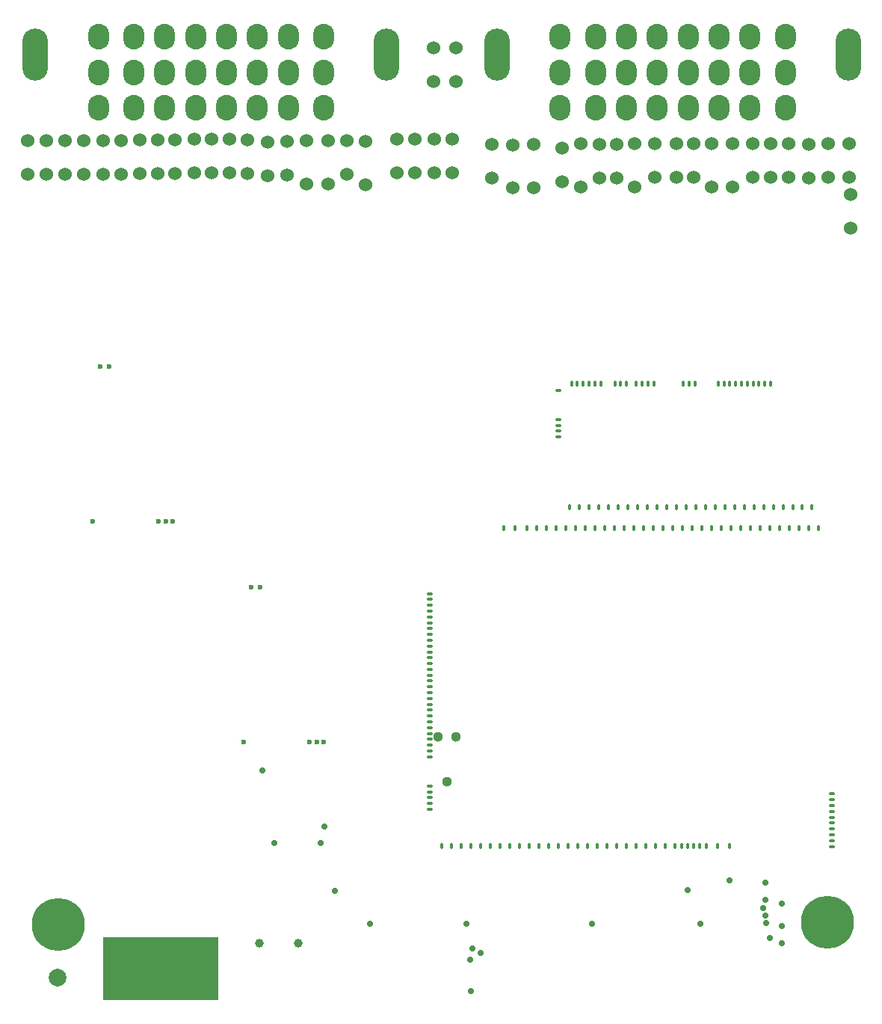
<source format=gbs>
G75*
G70*
%OFA0B0*%
%FSLAX25Y25*%
%IPPOS*%
%LPD*%
%AMOC8*
5,1,8,0,0,1.08239X$1,22.5*
%
%AMM214*
21,1,0.015350,0.009840,-0.000000,-0.000000,270.000000*
21,1,0.000000,0.025200,-0.000000,-0.000000,270.000000*
1,1,0.015350,-0.004920,-0.000000*
1,1,0.015350,-0.004920,-0.000000*
1,1,0.015350,0.004920,-0.000000*
1,1,0.015350,0.004920,-0.000000*
%
%AMM215*
21,1,0.015350,0.009840,-0.000000,-0.000000,180.000000*
21,1,0.000000,0.025200,-0.000000,-0.000000,180.000000*
1,1,0.015350,-0.000000,0.004920*
1,1,0.015350,-0.000000,0.004920*
1,1,0.015350,-0.000000,-0.004920*
1,1,0.015350,-0.000000,-0.004920*
%
%AMM305*
21,1,0.015350,0.009840,-0.000000,-0.000000,90.000000*
21,1,0.000000,0.025200,-0.000000,-0.000000,90.000000*
1,1,0.015350,0.004920,-0.000000*
1,1,0.015350,0.004920,-0.000000*
1,1,0.015350,-0.004920,-0.000000*
1,1,0.015350,-0.004920,-0.000000*
%
%ADD121C,0.02913*%
%ADD13C,0.02362*%
%ADD14C,0.06000*%
%ADD15C,0.23622*%
%ADD16C,0.07874*%
%ADD237C,0.04451*%
%ADD365M214*%
%ADD366M215*%
%ADD460M305*%
%ADD57C,0.03937*%
%ADD69C,0.00472*%
%ADD70O,0.11417X0.23228*%
%ADD71O,0.09449X0.11417*%
X0000000Y0000000D02*
%LPD*%
G01*
D69*
X0038780Y0000787D02*
X0038780Y0028346D01*
X0038780Y0028346D02*
X0089961Y0028346D01*
X0089961Y0028346D02*
X0089961Y0000787D01*
X0089961Y0000787D02*
X0038780Y0000787D01*
G36*
X0089961Y0000787D02*
G01*
X0038780Y0000787D01*
X0038780Y0028346D01*
X0089961Y0028346D01*
X0089961Y0000787D01*
G37*
X0089961Y0000787D02*
X0038780Y0000787D01*
X0038780Y0028346D01*
X0089961Y0028346D01*
X0089961Y0000787D01*
D13*
X0334232Y0045177D03*
X0341456Y0043504D03*
X0333385Y0041339D03*
X0334232Y0037894D03*
X0334527Y0034547D03*
X0341456Y0033268D03*
X0336299Y0028150D03*
X0341456Y0025591D03*
X0318129Y0053839D03*
X0334173Y0052657D03*
D14*
X0302165Y0367106D03*
X0302165Y0382106D03*
D15*
X0018909Y0033933D03*
D14*
X0177953Y0383878D03*
X0177953Y0368878D03*
X0294488Y0367106D03*
X0294488Y0382106D03*
X0095276Y0368878D03*
X0095276Y0383878D03*
X0251772Y0381890D03*
X0251772Y0362598D03*
X0372362Y0344429D03*
X0372362Y0359429D03*
G36*
G01*
X0241339Y0251758D02*
X0242323Y0251758D01*
G75*
G02*
X0242815Y0251266I0000000J-000492D01*
G01*
X0242815Y0251266D01*
G75*
G02*
X0242323Y0250774I-000492J0000000D01*
G01*
X0241339Y0250774D01*
G75*
G02*
X0240846Y0251266I0000000J0000492D01*
G01*
X0240846Y0251266D01*
G75*
G02*
X0241339Y0251758I0000492J0000000D01*
G01*
G37*
G36*
G01*
X0241339Y0254356D02*
X0242323Y0254356D01*
G75*
G02*
X0242815Y0253864I0000000J-000492D01*
G01*
X0242815Y0253864D01*
G75*
G02*
X0242323Y0253372I-000492J0000000D01*
G01*
X0241339Y0253372D01*
G75*
G02*
X0240846Y0253864I0000000J0000492D01*
G01*
X0240846Y0253864D01*
G75*
G02*
X0241339Y0254356I0000492J0000000D01*
G01*
G37*
G36*
G01*
X0241339Y0256955D02*
X0242323Y0256955D01*
G75*
G02*
X0242815Y0256463I0000000J-000492D01*
G01*
X0242815Y0256463D01*
G75*
G02*
X0242323Y0255970I-000492J0000000D01*
G01*
X0241339Y0255970D01*
G75*
G02*
X0240846Y0256463I0000000J0000492D01*
G01*
X0240846Y0256463D01*
G75*
G02*
X0241339Y0256955I0000492J0000000D01*
G01*
G37*
G36*
G01*
X0241339Y0259553D02*
X0242323Y0259553D01*
G75*
G02*
X0242815Y0259061I0000000J-000492D01*
G01*
X0242815Y0259061D01*
G75*
G02*
X0242323Y0258569I-000492J0000000D01*
G01*
X0241339Y0258569D01*
G75*
G02*
X0240846Y0259061I0000000J0000492D01*
G01*
X0240846Y0259061D01*
G75*
G02*
X0241339Y0259553I0000492J0000000D01*
G01*
G37*
G36*
G01*
X0241339Y0272545D02*
X0242323Y0272545D01*
G75*
G02*
X0242815Y0272053I0000000J-000492D01*
G01*
X0242815Y0272053D01*
G75*
G02*
X0242323Y0271561I-000492J0000000D01*
G01*
X0241339Y0271561D01*
G75*
G02*
X0240846Y0272053I0000000J0000492D01*
G01*
X0240846Y0272053D01*
G75*
G02*
X0241339Y0272545I0000492J0000000D01*
G01*
G37*
G36*
G01*
X0354606Y0219400D02*
X0354606Y0220385D01*
G75*
G02*
X0355098Y0220877I0000492J0000000D01*
G01*
X0355098Y0220877D01*
G75*
G02*
X0355591Y0220385I0000000J-000492D01*
G01*
X0355591Y0219400D01*
G75*
G02*
X0355098Y0218908I-000492J0000000D01*
G01*
X0355098Y0218908D01*
G75*
G02*
X0354606Y0219400I0000000J0000492D01*
G01*
G37*
G36*
G01*
X0351260Y0220385D02*
X0351260Y0219400D01*
G75*
G02*
X0350768Y0218908I-000492J0000000D01*
G01*
X0350768Y0218908D01*
G75*
G02*
X0350276Y0219400I0000000J0000492D01*
G01*
X0350276Y0220385D01*
G75*
G02*
X0350768Y0220877I0000492J0000000D01*
G01*
X0350768Y0220877D01*
G75*
G02*
X0351260Y0220385I0000000J-000492D01*
G01*
G37*
G36*
G01*
X0346929Y0220385D02*
X0346929Y0219400D01*
G75*
G02*
X0346437Y0218908I-000492J0000000D01*
G01*
X0346437Y0218908D01*
G75*
G02*
X0345945Y0219400I0000000J0000492D01*
G01*
X0345945Y0220385D01*
G75*
G02*
X0346437Y0220877I0000492J0000000D01*
G01*
X0346437Y0220877D01*
G75*
G02*
X0346929Y0220385I0000000J-000492D01*
G01*
G37*
G36*
G01*
X0342598Y0220385D02*
X0342598Y0219400D01*
G75*
G02*
X0342106Y0218908I-000492J0000000D01*
G01*
X0342106Y0218908D01*
G75*
G02*
X0341614Y0219400I0000000J0000492D01*
G01*
X0341614Y0220385D01*
G75*
G02*
X0342106Y0220877I0000492J0000000D01*
G01*
X0342106Y0220877D01*
G75*
G02*
X0342598Y0220385I0000000J-000492D01*
G01*
G37*
G36*
G01*
X0338268Y0220385D02*
X0338268Y0219400D01*
G75*
G02*
X0337776Y0218908I-000492J0000000D01*
G01*
X0337776Y0218908D01*
G75*
G02*
X0337283Y0219400I0000000J0000492D01*
G01*
X0337283Y0220385D01*
G75*
G02*
X0337776Y0220877I0000492J0000000D01*
G01*
X0337776Y0220877D01*
G75*
G02*
X0338268Y0220385I0000000J-000492D01*
G01*
G37*
G36*
G01*
X0333937Y0220385D02*
X0333937Y0219400D01*
G75*
G02*
X0333445Y0218908I-000492J0000000D01*
G01*
X0333445Y0218908D01*
G75*
G02*
X0332953Y0219400I0000000J0000492D01*
G01*
X0332953Y0220385D01*
G75*
G02*
X0333445Y0220877I0000492J0000000D01*
G01*
X0333445Y0220877D01*
G75*
G02*
X0333937Y0220385I0000000J-000492D01*
G01*
G37*
G36*
G01*
X0329606Y0220385D02*
X0329606Y0219400D01*
G75*
G02*
X0329114Y0218908I-000492J0000000D01*
G01*
X0329114Y0218908D01*
G75*
G02*
X0328622Y0219400I0000000J0000492D01*
G01*
X0328622Y0220385D01*
G75*
G02*
X0329114Y0220877I0000492J0000000D01*
G01*
X0329114Y0220877D01*
G75*
G02*
X0329606Y0220385I0000000J-000492D01*
G01*
G37*
G36*
G01*
X0325276Y0220385D02*
X0325276Y0219400D01*
G75*
G02*
X0324783Y0218908I-000492J0000000D01*
G01*
X0324783Y0218908D01*
G75*
G02*
X0324291Y0219400I0000000J0000492D01*
G01*
X0324291Y0220385D01*
G75*
G02*
X0324783Y0220877I0000492J0000000D01*
G01*
X0324783Y0220877D01*
G75*
G02*
X0325276Y0220385I0000000J-000492D01*
G01*
G37*
G36*
G01*
X0320945Y0220385D02*
X0320945Y0219400D01*
G75*
G02*
X0320453Y0218908I-000492J0000000D01*
G01*
X0320453Y0218908D01*
G75*
G02*
X0319961Y0219400I0000000J0000492D01*
G01*
X0319961Y0220385D01*
G75*
G02*
X0320453Y0220877I0000492J0000000D01*
G01*
X0320453Y0220877D01*
G75*
G02*
X0320945Y0220385I0000000J-000492D01*
G01*
G37*
G36*
G01*
X0316614Y0220385D02*
X0316614Y0219400D01*
G75*
G02*
X0316122Y0218908I-000492J0000000D01*
G01*
X0316122Y0218908D01*
G75*
G02*
X0315630Y0219400I0000000J0000492D01*
G01*
X0315630Y0220385D01*
G75*
G02*
X0316122Y0220877I0000492J0000000D01*
G01*
X0316122Y0220877D01*
G75*
G02*
X0316614Y0220385I0000000J-000492D01*
G01*
G37*
G36*
G01*
X0312284Y0220385D02*
X0312284Y0219400D01*
G75*
G02*
X0311791Y0218908I-000492J0000000D01*
G01*
X0311791Y0218908D01*
G75*
G02*
X0311299Y0219400I0000000J0000492D01*
G01*
X0311299Y0220385D01*
G75*
G02*
X0311791Y0220877I0000492J0000000D01*
G01*
X0311791Y0220877D01*
G75*
G02*
X0312284Y0220385I0000000J-000492D01*
G01*
G37*
G36*
G01*
X0307953Y0220385D02*
X0307953Y0219400D01*
G75*
G02*
X0307461Y0218908I-000492J0000000D01*
G01*
X0307461Y0218908D01*
G75*
G02*
X0306969Y0219400I0000000J0000492D01*
G01*
X0306969Y0220385D01*
G75*
G02*
X0307461Y0220877I0000492J0000000D01*
G01*
X0307461Y0220877D01*
G75*
G02*
X0307953Y0220385I0000000J-000492D01*
G01*
G37*
G36*
G01*
X0303622Y0220385D02*
X0303622Y0219400D01*
G75*
G02*
X0303130Y0218908I-000492J0000000D01*
G01*
X0303130Y0218908D01*
G75*
G02*
X0302638Y0219400I0000000J0000492D01*
G01*
X0302638Y0220385D01*
G75*
G02*
X0303130Y0220877I0000492J0000000D01*
G01*
X0303130Y0220877D01*
G75*
G02*
X0303622Y0220385I0000000J-000492D01*
G01*
G37*
G36*
G01*
X0299291Y0220385D02*
X0299291Y0219400D01*
G75*
G02*
X0298799Y0218908I-000492J0000000D01*
G01*
X0298799Y0218908D01*
G75*
G02*
X0298307Y0219400I0000000J0000492D01*
G01*
X0298307Y0220385D01*
G75*
G02*
X0298799Y0220877I0000492J0000000D01*
G01*
X0298799Y0220877D01*
G75*
G02*
X0299291Y0220385I0000000J-000492D01*
G01*
G37*
G36*
G01*
X0294961Y0220385D02*
X0294961Y0219400D01*
G75*
G02*
X0294469Y0218908I-000492J0000000D01*
G01*
X0294469Y0218908D01*
G75*
G02*
X0293976Y0219400I0000000J0000492D01*
G01*
X0293976Y0220385D01*
G75*
G02*
X0294469Y0220877I0000492J0000000D01*
G01*
X0294469Y0220877D01*
G75*
G02*
X0294961Y0220385I0000000J-000492D01*
G01*
G37*
G36*
G01*
X0290630Y0220385D02*
X0290630Y0219400D01*
G75*
G02*
X0290138Y0218908I-000492J0000000D01*
G01*
X0290138Y0218908D01*
G75*
G02*
X0289646Y0219400I0000000J0000492D01*
G01*
X0289646Y0220385D01*
G75*
G02*
X0290138Y0220877I0000492J0000000D01*
G01*
X0290138Y0220877D01*
G75*
G02*
X0290630Y0220385I0000000J-000492D01*
G01*
G37*
G36*
G01*
X0286299Y0220385D02*
X0286299Y0219400D01*
G75*
G02*
X0285807Y0218908I-000492J0000000D01*
G01*
X0285807Y0218908D01*
G75*
G02*
X0285315Y0219400I0000000J0000492D01*
G01*
X0285315Y0220385D01*
G75*
G02*
X0285807Y0220877I0000492J0000000D01*
G01*
X0285807Y0220877D01*
G75*
G02*
X0286299Y0220385I0000000J-000492D01*
G01*
G37*
G36*
G01*
X0281969Y0220385D02*
X0281969Y0219400D01*
G75*
G02*
X0281476Y0218908I-000492J0000000D01*
G01*
X0281476Y0218908D01*
G75*
G02*
X0280984Y0219400I0000000J0000492D01*
G01*
X0280984Y0220385D01*
G75*
G02*
X0281476Y0220877I0000492J0000000D01*
G01*
X0281476Y0220877D01*
G75*
G02*
X0281969Y0220385I0000000J-000492D01*
G01*
G37*
G36*
G01*
X0277638Y0220385D02*
X0277638Y0219400D01*
G75*
G02*
X0277146Y0218908I-000492J0000000D01*
G01*
X0277146Y0218908D01*
G75*
G02*
X0276654Y0219400I0000000J0000492D01*
G01*
X0276654Y0220385D01*
G75*
G02*
X0277146Y0220877I0000492J0000000D01*
G01*
X0277146Y0220877D01*
G75*
G02*
X0277638Y0220385I0000000J-000492D01*
G01*
G37*
G36*
G01*
X0273307Y0220385D02*
X0273307Y0219400D01*
G75*
G02*
X0272815Y0218908I-000492J0000000D01*
G01*
X0272815Y0218908D01*
G75*
G02*
X0272323Y0219400I0000000J0000492D01*
G01*
X0272323Y0220385D01*
G75*
G02*
X0272815Y0220877I0000492J0000000D01*
G01*
X0272815Y0220877D01*
G75*
G02*
X0273307Y0220385I0000000J-000492D01*
G01*
G37*
G36*
G01*
X0268977Y0220385D02*
X0268977Y0219400D01*
G75*
G02*
X0268484Y0218908I-000492J0000000D01*
G01*
X0268484Y0218908D01*
G75*
G02*
X0267992Y0219400I0000000J0000492D01*
G01*
X0267992Y0220385D01*
G75*
G02*
X0268484Y0220877I0000492J0000000D01*
G01*
X0268484Y0220877D01*
G75*
G02*
X0268977Y0220385I0000000J-000492D01*
G01*
G37*
G36*
G01*
X0264646Y0220385D02*
X0264646Y0219400D01*
G75*
G02*
X0264154Y0218908I-000492J0000000D01*
G01*
X0264154Y0218908D01*
G75*
G02*
X0263662Y0219400I0000000J0000492D01*
G01*
X0263662Y0220385D01*
G75*
G02*
X0264154Y0220877I0000492J0000000D01*
G01*
X0264154Y0220877D01*
G75*
G02*
X0264646Y0220385I0000000J-000492D01*
G01*
G37*
G36*
G01*
X0260315Y0220385D02*
X0260315Y0219400D01*
G75*
G02*
X0259823Y0218908I-000492J0000000D01*
G01*
X0259823Y0218908D01*
G75*
G02*
X0259331Y0219400I0000000J0000492D01*
G01*
X0259331Y0220385D01*
G75*
G02*
X0259823Y0220877I0000492J0000000D01*
G01*
X0259823Y0220877D01*
G75*
G02*
X0260315Y0220385I0000000J-000492D01*
G01*
G37*
G36*
G01*
X0255984Y0220385D02*
X0255984Y0219400D01*
G75*
G02*
X0255492Y0218908I-000492J0000000D01*
G01*
X0255492Y0218908D01*
G75*
G02*
X0255000Y0219400I0000000J0000492D01*
G01*
X0255000Y0220385D01*
G75*
G02*
X0255492Y0220877I0000492J0000000D01*
G01*
X0255492Y0220877D01*
G75*
G02*
X0255984Y0220385I0000000J-000492D01*
G01*
G37*
G36*
G01*
X0251654Y0220385D02*
X0251654Y0219400D01*
G75*
G02*
X0251162Y0218908I-000492J0000000D01*
G01*
X0251162Y0218908D01*
G75*
G02*
X0250669Y0219400I0000000J0000492D01*
G01*
X0250669Y0220385D01*
G75*
G02*
X0251162Y0220877I0000492J0000000D01*
G01*
X0251162Y0220877D01*
G75*
G02*
X0251654Y0220385I0000000J-000492D01*
G01*
G37*
G36*
G01*
X0247323Y0220385D02*
X0247323Y0219400D01*
G75*
G02*
X0246831Y0218908I-000492J0000000D01*
G01*
X0246831Y0218908D01*
G75*
G02*
X0246339Y0219400I0000000J0000492D01*
G01*
X0246339Y0220385D01*
G75*
G02*
X0246831Y0220877I0000492J0000000D01*
G01*
X0246831Y0220877D01*
G75*
G02*
X0247323Y0220385I0000000J-000492D01*
G01*
G37*
G36*
G01*
X0248311Y0275353D02*
X0248311Y0274369D01*
G75*
G02*
X0247819Y0273877I-000492J0000000D01*
G01*
X0247819Y0273877D01*
G75*
G02*
X0247327Y0274369I0000000J0000492D01*
G01*
X0247327Y0275353D01*
G75*
G02*
X0247819Y0275845I0000492J0000000D01*
G01*
X0247819Y0275845D01*
G75*
G02*
X0248311Y0275353I0000000J-000492D01*
G01*
G37*
G36*
G01*
X0250909Y0275353D02*
X0250909Y0274369D01*
G75*
G02*
X0250417Y0273877I-000492J0000000D01*
G01*
X0250417Y0273877D01*
G75*
G02*
X0249925Y0274369I0000000J0000492D01*
G01*
X0249925Y0275353D01*
G75*
G02*
X0250417Y0275845I0000492J0000000D01*
G01*
X0250417Y0275845D01*
G75*
G02*
X0250909Y0275353I0000000J-000492D01*
G01*
G37*
G36*
G01*
X0253508Y0275353D02*
X0253508Y0274369D01*
G75*
G02*
X0253016Y0273877I-000492J0000000D01*
G01*
X0253016Y0273877D01*
G75*
G02*
X0252524Y0274369I0000000J0000492D01*
G01*
X0252524Y0275353D01*
G75*
G02*
X0253016Y0275845I0000492J0000000D01*
G01*
X0253016Y0275845D01*
G75*
G02*
X0253508Y0275353I0000000J-000492D01*
G01*
G37*
G36*
G01*
X0256106Y0275353D02*
X0256106Y0274369D01*
G75*
G02*
X0255614Y0273877I-000492J0000000D01*
G01*
X0255614Y0273877D01*
G75*
G02*
X0255122Y0274369I0000000J0000492D01*
G01*
X0255122Y0275353D01*
G75*
G02*
X0255614Y0275845I0000492J0000000D01*
G01*
X0255614Y0275845D01*
G75*
G02*
X0256106Y0275353I0000000J-000492D01*
G01*
G37*
G36*
G01*
X0258705Y0275353D02*
X0258705Y0274369D01*
G75*
G02*
X0258213Y0273877I-000492J0000000D01*
G01*
X0258213Y0273877D01*
G75*
G02*
X0257720Y0274369I0000000J0000492D01*
G01*
X0257720Y0275353D01*
G75*
G02*
X0258213Y0275845I0000492J0000000D01*
G01*
X0258213Y0275845D01*
G75*
G02*
X0258705Y0275353I0000000J-000492D01*
G01*
G37*
G36*
G01*
X0261303Y0275353D02*
X0261303Y0274369D01*
G75*
G02*
X0260811Y0273877I-000492J0000000D01*
G01*
X0260811Y0273877D01*
G75*
G02*
X0260319Y0274369I0000000J0000492D01*
G01*
X0260319Y0275353D01*
G75*
G02*
X0260811Y0275845I0000492J0000000D01*
G01*
X0260811Y0275845D01*
G75*
G02*
X0261303Y0275353I0000000J-000492D01*
G01*
G37*
G36*
G01*
X0267606Y0275353D02*
X0267606Y0274369D01*
G75*
G02*
X0267114Y0273877I-000492J0000000D01*
G01*
X0267114Y0273877D01*
G75*
G02*
X0266622Y0274369I0000000J0000492D01*
G01*
X0266622Y0275353D01*
G75*
G02*
X0267114Y0275845I0000492J0000000D01*
G01*
X0267114Y0275845D01*
G75*
G02*
X0267606Y0275353I0000000J-000492D01*
G01*
G37*
G36*
G01*
X0270205Y0275353D02*
X0270205Y0274369D01*
G75*
G02*
X0269713Y0273877I-000492J0000000D01*
G01*
X0269713Y0273877D01*
G75*
G02*
X0269220Y0274369I0000000J0000492D01*
G01*
X0269220Y0275353D01*
G75*
G02*
X0269713Y0275845I0000492J0000000D01*
G01*
X0269713Y0275845D01*
G75*
G02*
X0270205Y0275353I0000000J-000492D01*
G01*
G37*
G36*
G01*
X0272803Y0275353D02*
X0272803Y0274369D01*
G75*
G02*
X0272311Y0273877I-000492J0000000D01*
G01*
X0272311Y0273877D01*
G75*
G02*
X0271819Y0274369I0000000J0000492D01*
G01*
X0271819Y0275353D01*
G75*
G02*
X0272311Y0275845I0000492J0000000D01*
G01*
X0272311Y0275845D01*
G75*
G02*
X0272803Y0275353I0000000J-000492D01*
G01*
G37*
G36*
G01*
X0277216Y0275353D02*
X0277216Y0274369D01*
G75*
G02*
X0276724Y0273877I-000492J0000000D01*
G01*
X0276724Y0273877D01*
G75*
G02*
X0276232Y0274369I0000000J0000492D01*
G01*
X0276232Y0275353D01*
G75*
G02*
X0276724Y0275845I0000492J0000000D01*
G01*
X0276724Y0275845D01*
G75*
G02*
X0277216Y0275353I0000000J-000492D01*
G01*
G37*
G36*
G01*
X0279815Y0275353D02*
X0279815Y0274369D01*
G75*
G02*
X0279322Y0273877I-000492J0000000D01*
G01*
X0279322Y0273877D01*
G75*
G02*
X0278830Y0274369I0000000J0000492D01*
G01*
X0278830Y0275353D01*
G75*
G02*
X0279322Y0275845I0000492J0000000D01*
G01*
X0279322Y0275845D01*
G75*
G02*
X0279815Y0275353I0000000J-000492D01*
G01*
G37*
G36*
G01*
X0282413Y0275353D02*
X0282413Y0274369D01*
G75*
G02*
X0281921Y0273877I-000492J0000000D01*
G01*
X0281921Y0273877D01*
G75*
G02*
X0281429Y0274369I0000000J0000492D01*
G01*
X0281429Y0275353D01*
G75*
G02*
X0281921Y0275845I0000492J0000000D01*
G01*
X0281921Y0275845D01*
G75*
G02*
X0282413Y0275353I0000000J-000492D01*
G01*
G37*
G36*
G01*
X0285011Y0275353D02*
X0285011Y0274369D01*
G75*
G02*
X0284519Y0273877I-000492J0000000D01*
G01*
X0284519Y0273877D01*
G75*
G02*
X0284027Y0274369I0000000J0000492D01*
G01*
X0284027Y0275353D01*
G75*
G02*
X0284519Y0275845I0000492J0000000D01*
G01*
X0284519Y0275845D01*
G75*
G02*
X0285011Y0275353I0000000J-000492D01*
G01*
G37*
G36*
G01*
X0298106Y0275353D02*
X0298106Y0274369D01*
G75*
G02*
X0297614Y0273877I-000492J0000000D01*
G01*
X0297614Y0273877D01*
G75*
G02*
X0297122Y0274369I0000000J0000492D01*
G01*
X0297122Y0275353D01*
G75*
G02*
X0297614Y0275845I0000492J0000000D01*
G01*
X0297614Y0275845D01*
G75*
G02*
X0298106Y0275353I0000000J-000492D01*
G01*
G37*
G36*
G01*
X0300705Y0275353D02*
X0300705Y0274369D01*
G75*
G02*
X0300213Y0273877I-000492J0000000D01*
G01*
X0300213Y0273877D01*
G75*
G02*
X0299720Y0274369I0000000J0000492D01*
G01*
X0299720Y0275353D01*
G75*
G02*
X0300213Y0275845I0000492J0000000D01*
G01*
X0300213Y0275845D01*
G75*
G02*
X0300705Y0275353I0000000J-000492D01*
G01*
G37*
G36*
G01*
X0303303Y0275353D02*
X0303303Y0274369D01*
G75*
G02*
X0302811Y0273877I-000492J0000000D01*
G01*
X0302811Y0273877D01*
G75*
G02*
X0302319Y0274369I0000000J0000492D01*
G01*
X0302319Y0275353D01*
G75*
G02*
X0302811Y0275845I0000492J0000000D01*
G01*
X0302811Y0275845D01*
G75*
G02*
X0303303Y0275353I0000000J-000492D01*
G01*
G37*
G36*
G01*
X0313720Y0275353D02*
X0313720Y0274369D01*
G75*
G02*
X0313228Y0273877I-000492J0000000D01*
G01*
X0313228Y0273877D01*
G75*
G02*
X0312736Y0274369I0000000J0000492D01*
G01*
X0312736Y0275353D01*
G75*
G02*
X0313228Y0275845I0000492J0000000D01*
G01*
X0313228Y0275845D01*
G75*
G02*
X0313720Y0275353I0000000J-000492D01*
G01*
G37*
G36*
G01*
X0316319Y0275353D02*
X0316319Y0274369D01*
G75*
G02*
X0315827Y0273877I-000492J0000000D01*
G01*
X0315827Y0273877D01*
G75*
G02*
X0315335Y0274369I0000000J0000492D01*
G01*
X0315335Y0275353D01*
G75*
G02*
X0315827Y0275845I0000492J0000000D01*
G01*
X0315827Y0275845D01*
G75*
G02*
X0316319Y0275353I0000000J-000492D01*
G01*
G37*
G36*
G01*
X0318917Y0275353D02*
X0318917Y0274369D01*
G75*
G02*
X0318425Y0273877I-000492J0000000D01*
G01*
X0318425Y0273877D01*
G75*
G02*
X0317933Y0274369I0000000J0000492D01*
G01*
X0317933Y0275353D01*
G75*
G02*
X0318425Y0275845I0000492J0000000D01*
G01*
X0318425Y0275845D01*
G75*
G02*
X0318917Y0275353I0000000J-000492D01*
G01*
G37*
G36*
G01*
X0321516Y0275353D02*
X0321516Y0274369D01*
G75*
G02*
X0321024Y0273877I-000492J0000000D01*
G01*
X0321024Y0273877D01*
G75*
G02*
X0320531Y0274369I0000000J0000492D01*
G01*
X0320531Y0275353D01*
G75*
G02*
X0321024Y0275845I0000492J0000000D01*
G01*
X0321024Y0275845D01*
G75*
G02*
X0321516Y0275353I0000000J-000492D01*
G01*
G37*
G36*
G01*
X0324114Y0275353D02*
X0324114Y0274369D01*
G75*
G02*
X0323622Y0273877I-000492J0000000D01*
G01*
X0323622Y0273877D01*
G75*
G02*
X0323130Y0274369I0000000J0000492D01*
G01*
X0323130Y0275353D01*
G75*
G02*
X0323622Y0275845I0000492J0000000D01*
G01*
X0323622Y0275845D01*
G75*
G02*
X0324114Y0275353I0000000J-000492D01*
G01*
G37*
G36*
G01*
X0326713Y0275353D02*
X0326713Y0274369D01*
G75*
G02*
X0326220Y0273877I-000492J0000000D01*
G01*
X0326220Y0273877D01*
G75*
G02*
X0325728Y0274369I0000000J0000492D01*
G01*
X0325728Y0275353D01*
G75*
G02*
X0326220Y0275845I0000492J0000000D01*
G01*
X0326220Y0275845D01*
G75*
G02*
X0326713Y0275353I0000000J-000492D01*
G01*
G37*
G36*
G01*
X0329311Y0275353D02*
X0329311Y0274369D01*
G75*
G02*
X0328819Y0273877I-000492J0000000D01*
G01*
X0328819Y0273877D01*
G75*
G02*
X0328327Y0274369I0000000J0000492D01*
G01*
X0328327Y0275353D01*
G75*
G02*
X0328819Y0275845I0000492J0000000D01*
G01*
X0328819Y0275845D01*
G75*
G02*
X0329311Y0275353I0000000J-000492D01*
G01*
G37*
G36*
G01*
X0331909Y0275353D02*
X0331909Y0274369D01*
G75*
G02*
X0331417Y0273877I-000492J0000000D01*
G01*
X0331417Y0273877D01*
G75*
G02*
X0330925Y0274369I0000000J0000492D01*
G01*
X0330925Y0275353D01*
G75*
G02*
X0331417Y0275845I0000492J0000000D01*
G01*
X0331417Y0275845D01*
G75*
G02*
X0331909Y0275353I0000000J-000492D01*
G01*
G37*
G36*
G01*
X0334508Y0275353D02*
X0334508Y0274369D01*
G75*
G02*
X0334016Y0273877I-000492J0000000D01*
G01*
X0334016Y0273877D01*
G75*
G02*
X0333524Y0274369I0000000J0000492D01*
G01*
X0333524Y0275353D01*
G75*
G02*
X0334016Y0275845I0000492J0000000D01*
G01*
X0334016Y0275845D01*
G75*
G02*
X0334508Y0275353I0000000J-000492D01*
G01*
G37*
G36*
G01*
X0337106Y0275353D02*
X0337106Y0274369D01*
G75*
G02*
X0336614Y0273877I-000492J0000000D01*
G01*
X0336614Y0273877D01*
G75*
G02*
X0336122Y0274369I0000000J0000492D01*
G01*
X0336122Y0275353D01*
G75*
G02*
X0336614Y0275845I0000492J0000000D01*
G01*
X0336614Y0275845D01*
G75*
G02*
X0337106Y0275353I0000000J-000492D01*
G01*
G37*
D70*
X0165354Y0421654D03*
X0008661Y0421654D03*
D71*
X0036811Y0398031D03*
X0052559Y0398031D03*
X0066339Y0398031D03*
X0080118Y0398031D03*
X0093898Y0398031D03*
X0107677Y0398031D03*
X0121457Y0398031D03*
X0137205Y0398031D03*
X0036811Y0413780D03*
X0052559Y0413780D03*
X0066339Y0413780D03*
X0080118Y0413780D03*
X0093898Y0413780D03*
X0107677Y0413780D03*
X0121457Y0413780D03*
X0137205Y0413780D03*
X0036811Y0429528D03*
X0052559Y0429528D03*
X0066339Y0429528D03*
X0080118Y0429528D03*
X0093898Y0429528D03*
X0107677Y0429528D03*
X0121457Y0429528D03*
X0137205Y0429528D03*
D14*
X0186417Y0409823D03*
X0186417Y0424823D03*
X0362402Y0366909D03*
X0362402Y0381909D03*
X0170079Y0368878D03*
X0170079Y0383878D03*
D57*
X0125984Y0025591D03*
X0108661Y0025591D03*
D14*
X0013583Y0368353D03*
X0013583Y0383353D03*
X0267913Y0366713D03*
X0267913Y0381713D03*
X0087402Y0368878D03*
X0087402Y0383878D03*
X0284843Y0366909D03*
X0284843Y0381909D03*
X0047047Y0368484D03*
X0047047Y0383484D03*
D13*
X0203740Y0023327D03*
X0207185Y0021260D03*
X0202559Y0018307D03*
X0202854Y0004331D03*
X0109992Y0102693D03*
X0115208Y0070311D03*
X0135809Y0070380D03*
X0137748Y0077791D03*
X0142177Y0048854D03*
X0101476Y0115354D03*
X0131004Y0115354D03*
X0134154Y0115354D03*
X0137303Y0115354D03*
X0108957Y0184350D03*
X0105020Y0184350D03*
D14*
X0260236Y0366713D03*
X0260236Y0381713D03*
X0112205Y0367697D03*
X0112205Y0382697D03*
X0038780Y0368484D03*
X0038780Y0383484D03*
X0129528Y0383464D03*
X0129528Y0364173D03*
X0005305Y0368353D03*
X0005305Y0383353D03*
X0055118Y0368681D03*
X0055118Y0383681D03*
X0212402Y0366713D03*
X0212402Y0381713D03*
X0103346Y0368681D03*
X0103346Y0383681D03*
X0319669Y0381870D03*
X0319669Y0362579D03*
X0353543Y0381713D03*
X0353543Y0366713D03*
X0063189Y0368681D03*
X0063189Y0383681D03*
X0275984Y0381890D03*
X0275984Y0362598D03*
X0022047Y0368287D03*
X0022047Y0383287D03*
X0120866Y0367894D03*
X0120866Y0382894D03*
D15*
X0362000Y0034933D03*
D14*
X0071063Y0368681D03*
X0071063Y0383681D03*
X0079528Y0368878D03*
X0079528Y0383878D03*
X0155906Y0383071D03*
X0155906Y0363779D03*
X0147441Y0368484D03*
X0147441Y0383484D03*
X0186614Y0368878D03*
X0186614Y0383878D03*
G36*
G01*
X0184096Y0085841D02*
X0185081Y0085841D01*
G75*
G02*
X0185573Y0085349I0000000J-000492D01*
G01*
X0185573Y0085349D01*
G75*
G02*
X0185081Y0084857I-000492J0000000D01*
G01*
X0184096Y0084857D01*
G75*
G02*
X0183604Y0085349I0000000J0000492D01*
G01*
X0183604Y0085349D01*
G75*
G02*
X0184096Y0085841I0000492J0000000D01*
G01*
G37*
G36*
G01*
X0185081Y0087455D02*
X0184096Y0087455D01*
G75*
G02*
X0183604Y0087947I0000000J0000492D01*
G01*
X0183604Y0087947D01*
G75*
G02*
X0184096Y0088439I0000492J0000000D01*
G01*
X0185081Y0088439D01*
G75*
G02*
X0185573Y0087947I0000000J-000492D01*
G01*
X0185573Y0087947D01*
G75*
G02*
X0185081Y0087455I-000492J0000000D01*
G01*
G37*
G36*
G01*
X0185081Y0090054D02*
X0184096Y0090054D01*
G75*
G02*
X0183604Y0090546I0000000J0000492D01*
G01*
X0183604Y0090546D01*
G75*
G02*
X0184096Y0091038I0000492J0000000D01*
G01*
X0185081Y0091038D01*
G75*
G02*
X0185573Y0090546I0000000J-000492D01*
G01*
X0185573Y0090546D01*
G75*
G02*
X0185081Y0090054I-000492J0000000D01*
G01*
G37*
G36*
G01*
X0185081Y0092652D02*
X0184096Y0092652D01*
G75*
G02*
X0183604Y0093144I0000000J0000492D01*
G01*
X0183604Y0093144D01*
G75*
G02*
X0184096Y0093636I0000492J0000000D01*
G01*
X0185081Y0093636D01*
G75*
G02*
X0185573Y0093144I0000000J-000492D01*
G01*
X0185573Y0093144D01*
G75*
G02*
X0185081Y0092652I-000492J0000000D01*
G01*
G37*
G36*
G01*
X0185081Y0095250D02*
X0184096Y0095250D01*
G75*
G02*
X0183604Y0095743I0000000J0000492D01*
G01*
X0183604Y0095743D01*
G75*
G02*
X0184096Y0096235I0000492J0000000D01*
G01*
X0185081Y0096235D01*
G75*
G02*
X0185573Y0095743I0000000J-000492D01*
G01*
X0185573Y0095743D01*
G75*
G02*
X0185081Y0095250I-000492J0000000D01*
G01*
G37*
G36*
G01*
X0185081Y0108243D02*
X0184096Y0108243D01*
G75*
G02*
X0183604Y0108735I0000000J0000492D01*
G01*
X0183604Y0108735D01*
G75*
G02*
X0184096Y0109227I0000492J0000000D01*
G01*
X0185081Y0109227D01*
G75*
G02*
X0185573Y0108735I0000000J-000492D01*
G01*
X0185573Y0108735D01*
G75*
G02*
X0185081Y0108243I-000492J0000000D01*
G01*
G37*
G36*
G01*
X0185081Y0110841D02*
X0184096Y0110841D01*
G75*
G02*
X0183604Y0111333I0000000J0000492D01*
G01*
X0183604Y0111333D01*
G75*
G02*
X0184096Y0111825I0000492J0000000D01*
G01*
X0185081Y0111825D01*
G75*
G02*
X0185573Y0111333I0000000J-000492D01*
G01*
X0185573Y0111333D01*
G75*
G02*
X0185081Y0110841I-000492J0000000D01*
G01*
G37*
G36*
G01*
X0185081Y0113439D02*
X0184096Y0113439D01*
G75*
G02*
X0183604Y0113932I0000000J0000492D01*
G01*
X0183604Y0113932D01*
G75*
G02*
X0184096Y0114424I0000492J0000000D01*
G01*
X0185081Y0114424D01*
G75*
G02*
X0185573Y0113932I0000000J-000492D01*
G01*
X0185573Y0113932D01*
G75*
G02*
X0185081Y0113439I-000492J0000000D01*
G01*
G37*
G36*
G01*
X0185081Y0116038D02*
X0184096Y0116038D01*
G75*
G02*
X0183604Y0116530I0000000J0000492D01*
G01*
X0183604Y0116530D01*
G75*
G02*
X0184096Y0117022I0000492J0000000D01*
G01*
X0185081Y0117022D01*
G75*
G02*
X0185573Y0116530I0000000J-000492D01*
G01*
X0185573Y0116530D01*
G75*
G02*
X0185081Y0116038I-000492J0000000D01*
G01*
G37*
G36*
G01*
X0185081Y0118636D02*
X0184096Y0118636D01*
G75*
G02*
X0183604Y0119128I0000000J0000492D01*
G01*
X0183604Y0119128D01*
G75*
G02*
X0184096Y0119621I0000492J0000000D01*
G01*
X0185081Y0119621D01*
G75*
G02*
X0185573Y0119128I0000000J-000492D01*
G01*
X0185573Y0119128D01*
G75*
G02*
X0185081Y0118636I-000492J0000000D01*
G01*
G37*
G36*
G01*
X0185081Y0121235D02*
X0184096Y0121235D01*
G75*
G02*
X0183604Y0121727I0000000J0000492D01*
G01*
X0183604Y0121727D01*
G75*
G02*
X0184096Y0122219I0000492J0000000D01*
G01*
X0185081Y0122219D01*
G75*
G02*
X0185573Y0121727I0000000J-000492D01*
G01*
X0185573Y0121727D01*
G75*
G02*
X0185081Y0121235I-000492J0000000D01*
G01*
G37*
G36*
G01*
X0185081Y0123833D02*
X0184096Y0123833D01*
G75*
G02*
X0183604Y0124325I0000000J0000492D01*
G01*
X0183604Y0124325D01*
G75*
G02*
X0184096Y0124817I0000492J0000000D01*
G01*
X0185081Y0124817D01*
G75*
G02*
X0185573Y0124325I0000000J-000492D01*
G01*
X0185573Y0124325D01*
G75*
G02*
X0185081Y0123833I-000492J0000000D01*
G01*
G37*
G36*
G01*
X0185081Y0126432D02*
X0184096Y0126432D01*
G75*
G02*
X0183604Y0126924I0000000J0000492D01*
G01*
X0183604Y0126924D01*
G75*
G02*
X0184096Y0127416I0000492J0000000D01*
G01*
X0185081Y0127416D01*
G75*
G02*
X0185573Y0126924I0000000J-000492D01*
G01*
X0185573Y0126924D01*
G75*
G02*
X0185081Y0126432I-000492J0000000D01*
G01*
G37*
G36*
G01*
X0185081Y0129030D02*
X0184096Y0129030D01*
G75*
G02*
X0183604Y0129522I0000000J0000492D01*
G01*
X0183604Y0129522D01*
G75*
G02*
X0184096Y0130014I0000492J0000000D01*
G01*
X0185081Y0130014D01*
G75*
G02*
X0185573Y0129522I0000000J-000492D01*
G01*
X0185573Y0129522D01*
G75*
G02*
X0185081Y0129030I-000492J0000000D01*
G01*
G37*
G36*
G01*
X0185081Y0131628D02*
X0184096Y0131628D01*
G75*
G02*
X0183604Y0132121I0000000J0000492D01*
G01*
X0183604Y0132121D01*
G75*
G02*
X0184096Y0132613I0000492J0000000D01*
G01*
X0185081Y0132613D01*
G75*
G02*
X0185573Y0132121I0000000J-000492D01*
G01*
X0185573Y0132121D01*
G75*
G02*
X0185081Y0131628I-000492J0000000D01*
G01*
G37*
G36*
G01*
X0185081Y0134227D02*
X0184096Y0134227D01*
G75*
G02*
X0183604Y0134719I0000000J0000492D01*
G01*
X0183604Y0134719D01*
G75*
G02*
X0184096Y0135211I0000492J0000000D01*
G01*
X0185081Y0135211D01*
G75*
G02*
X0185573Y0134719I0000000J-000492D01*
G01*
X0185573Y0134719D01*
G75*
G02*
X0185081Y0134227I-000492J0000000D01*
G01*
G37*
G36*
G01*
X0185081Y0136825D02*
X0184096Y0136825D01*
G75*
G02*
X0183604Y0137317I0000000J0000492D01*
G01*
X0183604Y0137317D01*
G75*
G02*
X0184096Y0137810I0000492J0000000D01*
G01*
X0185081Y0137810D01*
G75*
G02*
X0185573Y0137317I0000000J-000492D01*
G01*
X0185573Y0137317D01*
G75*
G02*
X0185081Y0136825I-000492J0000000D01*
G01*
G37*
G36*
G01*
X0185081Y0139424D02*
X0184096Y0139424D01*
G75*
G02*
X0183604Y0139916I0000000J0000492D01*
G01*
X0183604Y0139916D01*
G75*
G02*
X0184096Y0140408I0000492J0000000D01*
G01*
X0185081Y0140408D01*
G75*
G02*
X0185573Y0139916I0000000J-000492D01*
G01*
X0185573Y0139916D01*
G75*
G02*
X0185081Y0139424I-000492J0000000D01*
G01*
G37*
G36*
G01*
X0185081Y0142022D02*
X0184096Y0142022D01*
G75*
G02*
X0183604Y0142514I0000000J0000492D01*
G01*
X0183604Y0142514D01*
G75*
G02*
X0184096Y0143006I0000492J0000000D01*
G01*
X0185081Y0143006D01*
G75*
G02*
X0185573Y0142514I0000000J-000492D01*
G01*
X0185573Y0142514D01*
G75*
G02*
X0185081Y0142022I-000492J0000000D01*
G01*
G37*
G36*
G01*
X0185081Y0144621D02*
X0184096Y0144621D01*
G75*
G02*
X0183604Y0145113I0000000J0000492D01*
G01*
X0183604Y0145113D01*
G75*
G02*
X0184096Y0145605I0000492J0000000D01*
G01*
X0185081Y0145605D01*
G75*
G02*
X0185573Y0145113I0000000J-000492D01*
G01*
X0185573Y0145113D01*
G75*
G02*
X0185081Y0144621I-000492J0000000D01*
G01*
G37*
G36*
G01*
X0185081Y0147219D02*
X0184096Y0147219D01*
G75*
G02*
X0183604Y0147711I0000000J0000492D01*
G01*
X0183604Y0147711D01*
G75*
G02*
X0184096Y0148203I0000492J0000000D01*
G01*
X0185081Y0148203D01*
G75*
G02*
X0185573Y0147711I0000000J-000492D01*
G01*
X0185573Y0147711D01*
G75*
G02*
X0185081Y0147219I-000492J0000000D01*
G01*
G37*
G36*
G01*
X0185081Y0149817D02*
X0184096Y0149817D01*
G75*
G02*
X0183604Y0150310I0000000J0000492D01*
G01*
X0183604Y0150310D01*
G75*
G02*
X0184096Y0150802I0000492J0000000D01*
G01*
X0185081Y0150802D01*
G75*
G02*
X0185573Y0150310I0000000J-000492D01*
G01*
X0185573Y0150310D01*
G75*
G02*
X0185081Y0149817I-000492J0000000D01*
G01*
G37*
G36*
G01*
X0185081Y0152416D02*
X0184096Y0152416D01*
G75*
G02*
X0183604Y0152908I0000000J0000492D01*
G01*
X0183604Y0152908D01*
G75*
G02*
X0184096Y0153400I0000492J0000000D01*
G01*
X0185081Y0153400D01*
G75*
G02*
X0185573Y0152908I0000000J-000492D01*
G01*
X0185573Y0152908D01*
G75*
G02*
X0185081Y0152416I-000492J0000000D01*
G01*
G37*
G36*
G01*
X0185081Y0155014D02*
X0184096Y0155014D01*
G75*
G02*
X0183604Y0155506I0000000J0000492D01*
G01*
X0183604Y0155506D01*
G75*
G02*
X0184096Y0155999I0000492J0000000D01*
G01*
X0185081Y0155999D01*
G75*
G02*
X0185573Y0155506I0000000J-000492D01*
G01*
X0185573Y0155506D01*
G75*
G02*
X0185081Y0155014I-000492J0000000D01*
G01*
G37*
G36*
G01*
X0185081Y0157613D02*
X0184096Y0157613D01*
G75*
G02*
X0183604Y0158105I0000000J0000492D01*
G01*
X0183604Y0158105D01*
G75*
G02*
X0184096Y0158597I0000492J0000000D01*
G01*
X0185081Y0158597D01*
G75*
G02*
X0185573Y0158105I0000000J-000492D01*
G01*
X0185573Y0158105D01*
G75*
G02*
X0185081Y0157613I-000492J0000000D01*
G01*
G37*
G36*
G01*
X0185081Y0160211D02*
X0184096Y0160211D01*
G75*
G02*
X0183604Y0160703I0000000J0000492D01*
G01*
X0183604Y0160703D01*
G75*
G02*
X0184096Y0161195I0000492J0000000D01*
G01*
X0185081Y0161195D01*
G75*
G02*
X0185573Y0160703I0000000J-000492D01*
G01*
X0185573Y0160703D01*
G75*
G02*
X0185081Y0160211I-000492J0000000D01*
G01*
G37*
G36*
G01*
X0185081Y0162810D02*
X0184096Y0162810D01*
G75*
G02*
X0183604Y0163302I0000000J0000492D01*
G01*
X0183604Y0163302D01*
G75*
G02*
X0184096Y0163794I0000492J0000000D01*
G01*
X0185081Y0163794D01*
G75*
G02*
X0185573Y0163302I0000000J-000492D01*
G01*
X0185573Y0163302D01*
G75*
G02*
X0185081Y0162810I-000492J0000000D01*
G01*
G37*
G36*
G01*
X0185081Y0165408D02*
X0184096Y0165408D01*
G75*
G02*
X0183604Y0165900I0000000J0000492D01*
G01*
X0183604Y0165900D01*
G75*
G02*
X0184096Y0166392I0000492J0000000D01*
G01*
X0185081Y0166392D01*
G75*
G02*
X0185573Y0165900I0000000J-000492D01*
G01*
X0185573Y0165900D01*
G75*
G02*
X0185081Y0165408I-000492J0000000D01*
G01*
G37*
G36*
G01*
X0185081Y0168006D02*
X0184096Y0168006D01*
G75*
G02*
X0183604Y0168499I0000000J0000492D01*
G01*
X0183604Y0168499D01*
G75*
G02*
X0184096Y0168991I0000492J0000000D01*
G01*
X0185081Y0168991D01*
G75*
G02*
X0185573Y0168499I0000000J-000492D01*
G01*
X0185573Y0168499D01*
G75*
G02*
X0185081Y0168006I-000492J0000000D01*
G01*
G37*
G36*
G01*
X0185081Y0170605D02*
X0184096Y0170605D01*
G75*
G02*
X0183604Y0171097I0000000J0000492D01*
G01*
X0183604Y0171097D01*
G75*
G02*
X0184096Y0171589I0000492J0000000D01*
G01*
X0185081Y0171589D01*
G75*
G02*
X0185573Y0171097I0000000J-000492D01*
G01*
X0185573Y0171097D01*
G75*
G02*
X0185081Y0170605I-000492J0000000D01*
G01*
G37*
G36*
G01*
X0185081Y0173203D02*
X0184096Y0173203D01*
G75*
G02*
X0183604Y0173695I0000000J0000492D01*
G01*
X0183604Y0173695D01*
G75*
G02*
X0184096Y0174188I0000492J0000000D01*
G01*
X0185081Y0174188D01*
G75*
G02*
X0185573Y0173695I0000000J-000492D01*
G01*
X0185573Y0173695D01*
G75*
G02*
X0185081Y0173203I-000492J0000000D01*
G01*
G37*
G36*
G01*
X0185081Y0175802D02*
X0184096Y0175802D01*
G75*
G02*
X0183604Y0176294I0000000J0000492D01*
G01*
X0183604Y0176294D01*
G75*
G02*
X0184096Y0176786I0000492J0000000D01*
G01*
X0185081Y0176786D01*
G75*
G02*
X0185573Y0176294I0000000J-000492D01*
G01*
X0185573Y0176294D01*
G75*
G02*
X0185081Y0175802I-000492J0000000D01*
G01*
G37*
G36*
G01*
X0185081Y0178400D02*
X0184096Y0178400D01*
G75*
G02*
X0183604Y0178892I0000000J0000492D01*
G01*
X0183604Y0178892D01*
G75*
G02*
X0184096Y0179384I0000492J0000000D01*
G01*
X0185081Y0179384D01*
G75*
G02*
X0185573Y0178892I0000000J-000492D01*
G01*
X0185573Y0178892D01*
G75*
G02*
X0185081Y0178400I-000492J0000000D01*
G01*
G37*
G36*
G01*
X0185081Y0180999D02*
X0184096Y0180999D01*
G75*
G02*
X0183604Y0181491I0000000J0000492D01*
G01*
X0183604Y0181491D01*
G75*
G02*
X0184096Y0181983I0000492J0000000D01*
G01*
X0185081Y0181983D01*
G75*
G02*
X0185573Y0181491I0000000J-000492D01*
G01*
X0185573Y0181491D01*
G75*
G02*
X0185081Y0180999I-000492J0000000D01*
G01*
G37*
G36*
G01*
X0317746Y0068609D02*
X0317746Y0069593D01*
G75*
G02*
X0318238Y0070085I0000492J0000000D01*
G01*
X0318238Y0070085D01*
G75*
G02*
X0318730Y0069593I0000000J-000492D01*
G01*
X0318730Y0068609D01*
G75*
G02*
X0318238Y0068117I-000492J0000000D01*
G01*
X0318238Y0068117D01*
G75*
G02*
X0317746Y0068609I0000000J0000492D01*
G01*
G37*
G36*
G01*
X0313533Y0069593D02*
X0313533Y0068609D01*
G75*
G02*
X0313041Y0068117I-000492J0000000D01*
G01*
X0313041Y0068117D01*
G75*
G02*
X0312549Y0068609I0000000J0000492D01*
G01*
X0312549Y0069593D01*
G75*
G02*
X0313041Y0070085I0000492J0000000D01*
G01*
X0313041Y0070085D01*
G75*
G02*
X0313533Y0069593I0000000J-000492D01*
G01*
G37*
G36*
G01*
X0308337Y0069593D02*
X0308337Y0068609D01*
G75*
G02*
X0307844Y0068117I-000492J0000000D01*
G01*
X0307844Y0068117D01*
G75*
G02*
X0307352Y0068609I0000000J0000492D01*
G01*
X0307352Y0069593D01*
G75*
G02*
X0307844Y0070085I0000492J0000000D01*
G01*
X0307844Y0070085D01*
G75*
G02*
X0308337Y0069593I0000000J-000492D01*
G01*
G37*
G36*
G01*
X0305344Y0069593D02*
X0305344Y0068609D01*
G75*
G02*
X0304852Y0068117I-000492J0000000D01*
G01*
X0304852Y0068117D01*
G75*
G02*
X0304360Y0068609I0000000J0000492D01*
G01*
X0304360Y0069593D01*
G75*
G02*
X0304852Y0070085I0000492J0000000D01*
G01*
X0304852Y0070085D01*
G75*
G02*
X0305344Y0069593I0000000J-000492D01*
G01*
G37*
G36*
G01*
X0302726Y0069593D02*
X0302726Y0068609D01*
G75*
G02*
X0302234Y0068117I-000492J0000000D01*
G01*
X0302234Y0068117D01*
G75*
G02*
X0301742Y0068609I0000000J0000492D01*
G01*
X0301742Y0069593D01*
G75*
G02*
X0302234Y0070085I0000492J0000000D01*
G01*
X0302234Y0070085D01*
G75*
G02*
X0302726Y0069593I0000000J-000492D01*
G01*
G37*
G36*
G01*
X0300108Y0069593D02*
X0300108Y0068609D01*
G75*
G02*
X0299616Y0068117I-000492J0000000D01*
G01*
X0299616Y0068117D01*
G75*
G02*
X0299124Y0068609I0000000J0000492D01*
G01*
X0299124Y0069593D01*
G75*
G02*
X0299616Y0070085I0000492J0000000D01*
G01*
X0299616Y0070085D01*
G75*
G02*
X0300108Y0069593I0000000J-000492D01*
G01*
G37*
G36*
G01*
X0297490Y0069593D02*
X0297490Y0068609D01*
G75*
G02*
X0296998Y0068117I-000492J0000000D01*
G01*
X0296998Y0068117D01*
G75*
G02*
X0296506Y0068609I0000000J0000492D01*
G01*
X0296506Y0069593D01*
G75*
G02*
X0296998Y0070085I0000492J0000000D01*
G01*
X0296998Y0070085D01*
G75*
G02*
X0297490Y0069593I0000000J-000492D01*
G01*
G37*
G36*
G01*
X0294439Y0069593D02*
X0294439Y0068609D01*
G75*
G02*
X0293947Y0068117I-000492J0000000D01*
G01*
X0293947Y0068117D01*
G75*
G02*
X0293455Y0068609I0000000J0000492D01*
G01*
X0293455Y0069593D01*
G75*
G02*
X0293947Y0070085I0000492J0000000D01*
G01*
X0293947Y0070085D01*
G75*
G02*
X0294439Y0069593I0000000J-000492D01*
G01*
G37*
G36*
G01*
X0290108Y0069593D02*
X0290108Y0068609D01*
G75*
G02*
X0289616Y0068117I-000492J0000000D01*
G01*
X0289616Y0068117D01*
G75*
G02*
X0289124Y0068609I0000000J0000492D01*
G01*
X0289124Y0069593D01*
G75*
G02*
X0289616Y0070085I0000492J0000000D01*
G01*
X0289616Y0070085D01*
G75*
G02*
X0290108Y0069593I0000000J-000492D01*
G01*
G37*
G36*
G01*
X0285778Y0069593D02*
X0285778Y0068609D01*
G75*
G02*
X0285285Y0068117I-000492J0000000D01*
G01*
X0285285Y0068117D01*
G75*
G02*
X0284793Y0068609I0000000J0000492D01*
G01*
X0284793Y0069593D01*
G75*
G02*
X0285285Y0070085I0000492J0000000D01*
G01*
X0285285Y0070085D01*
G75*
G02*
X0285778Y0069593I0000000J-000492D01*
G01*
G37*
G36*
G01*
X0281447Y0069593D02*
X0281447Y0068609D01*
G75*
G02*
X0280955Y0068117I-000492J0000000D01*
G01*
X0280955Y0068117D01*
G75*
G02*
X0280463Y0068609I0000000J0000492D01*
G01*
X0280463Y0069593D01*
G75*
G02*
X0280955Y0070085I0000492J0000000D01*
G01*
X0280955Y0070085D01*
G75*
G02*
X0281447Y0069593I0000000J-000492D01*
G01*
G37*
G36*
G01*
X0277116Y0069593D02*
X0277116Y0068609D01*
G75*
G02*
X0276624Y0068117I-000492J0000000D01*
G01*
X0276624Y0068117D01*
G75*
G02*
X0276132Y0068609I0000000J0000492D01*
G01*
X0276132Y0069593D01*
G75*
G02*
X0276624Y0070085I0000492J0000000D01*
G01*
X0276624Y0070085D01*
G75*
G02*
X0277116Y0069593I0000000J-000492D01*
G01*
G37*
G36*
G01*
X0272785Y0069593D02*
X0272785Y0068609D01*
G75*
G02*
X0272293Y0068117I-000492J0000000D01*
G01*
X0272293Y0068117D01*
G75*
G02*
X0271801Y0068609I0000000J0000492D01*
G01*
X0271801Y0069593D01*
G75*
G02*
X0272293Y0070085I0000492J0000000D01*
G01*
X0272293Y0070085D01*
G75*
G02*
X0272785Y0069593I0000000J-000492D01*
G01*
G37*
G36*
G01*
X0268455Y0069593D02*
X0268455Y0068609D01*
G75*
G02*
X0267963Y0068117I-000492J0000000D01*
G01*
X0267963Y0068117D01*
G75*
G02*
X0267471Y0068609I0000000J0000492D01*
G01*
X0267471Y0069593D01*
G75*
G02*
X0267963Y0070085I0000492J0000000D01*
G01*
X0267963Y0070085D01*
G75*
G02*
X0268455Y0069593I0000000J-000492D01*
G01*
G37*
G36*
G01*
X0264124Y0069593D02*
X0264124Y0068609D01*
G75*
G02*
X0263632Y0068117I-000492J0000000D01*
G01*
X0263632Y0068117D01*
G75*
G02*
X0263140Y0068609I0000000J0000492D01*
G01*
X0263140Y0069593D01*
G75*
G02*
X0263632Y0070085I0000492J0000000D01*
G01*
X0263632Y0070085D01*
G75*
G02*
X0264124Y0069593I0000000J-000492D01*
G01*
G37*
G36*
G01*
X0259793Y0069593D02*
X0259793Y0068609D01*
G75*
G02*
X0259301Y0068117I-000492J0000000D01*
G01*
X0259301Y0068117D01*
G75*
G02*
X0258809Y0068609I0000000J0000492D01*
G01*
X0258809Y0069593D01*
G75*
G02*
X0259301Y0070085I0000492J0000000D01*
G01*
X0259301Y0070085D01*
G75*
G02*
X0259793Y0069593I0000000J-000492D01*
G01*
G37*
G36*
G01*
X0255463Y0069593D02*
X0255463Y0068609D01*
G75*
G02*
X0254971Y0068117I-000492J0000000D01*
G01*
X0254971Y0068117D01*
G75*
G02*
X0254478Y0068609I0000000J0000492D01*
G01*
X0254478Y0069593D01*
G75*
G02*
X0254971Y0070085I0000492J0000000D01*
G01*
X0254971Y0070085D01*
G75*
G02*
X0255463Y0069593I0000000J-000492D01*
G01*
G37*
G36*
G01*
X0251132Y0069593D02*
X0251132Y0068609D01*
G75*
G02*
X0250640Y0068117I-000492J0000000D01*
G01*
X0250640Y0068117D01*
G75*
G02*
X0250148Y0068609I0000000J0000492D01*
G01*
X0250148Y0069593D01*
G75*
G02*
X0250640Y0070085I0000492J0000000D01*
G01*
X0250640Y0070085D01*
G75*
G02*
X0251132Y0069593I0000000J-000492D01*
G01*
G37*
G36*
G01*
X0246801Y0069593D02*
X0246801Y0068609D01*
G75*
G02*
X0246309Y0068117I-000492J0000000D01*
G01*
X0246309Y0068117D01*
G75*
G02*
X0245817Y0068609I0000000J0000492D01*
G01*
X0245817Y0069593D01*
G75*
G02*
X0246309Y0070085I0000492J0000000D01*
G01*
X0246309Y0070085D01*
G75*
G02*
X0246801Y0069593I0000000J-000492D01*
G01*
G37*
G36*
G01*
X0242471Y0069593D02*
X0242471Y0068609D01*
G75*
G02*
X0241978Y0068117I-000492J0000000D01*
G01*
X0241978Y0068117D01*
G75*
G02*
X0241486Y0068609I0000000J0000492D01*
G01*
X0241486Y0069593D01*
G75*
G02*
X0241978Y0070085I0000492J0000000D01*
G01*
X0241978Y0070085D01*
G75*
G02*
X0242471Y0069593I0000000J-000492D01*
G01*
G37*
G36*
G01*
X0238140Y0069593D02*
X0238140Y0068609D01*
G75*
G02*
X0237648Y0068117I-000492J0000000D01*
G01*
X0237648Y0068117D01*
G75*
G02*
X0237156Y0068609I0000000J0000492D01*
G01*
X0237156Y0069593D01*
G75*
G02*
X0237648Y0070085I0000492J0000000D01*
G01*
X0237648Y0070085D01*
G75*
G02*
X0238140Y0069593I0000000J-000492D01*
G01*
G37*
G36*
G01*
X0233809Y0069593D02*
X0233809Y0068609D01*
G75*
G02*
X0233317Y0068117I-000492J0000000D01*
G01*
X0233317Y0068117D01*
G75*
G02*
X0232825Y0068609I0000000J0000492D01*
G01*
X0232825Y0069593D01*
G75*
G02*
X0233317Y0070085I0000492J0000000D01*
G01*
X0233317Y0070085D01*
G75*
G02*
X0233809Y0069593I0000000J-000492D01*
G01*
G37*
G36*
G01*
X0229478Y0069593D02*
X0229478Y0068609D01*
G75*
G02*
X0228986Y0068117I-000492J0000000D01*
G01*
X0228986Y0068117D01*
G75*
G02*
X0228494Y0068609I0000000J0000492D01*
G01*
X0228494Y0069593D01*
G75*
G02*
X0228986Y0070085I0000492J0000000D01*
G01*
X0228986Y0070085D01*
G75*
G02*
X0229478Y0069593I0000000J-000492D01*
G01*
G37*
G36*
G01*
X0225148Y0069593D02*
X0225148Y0068609D01*
G75*
G02*
X0224656Y0068117I-000492J0000000D01*
G01*
X0224656Y0068117D01*
G75*
G02*
X0224164Y0068609I0000000J0000492D01*
G01*
X0224164Y0069593D01*
G75*
G02*
X0224656Y0070085I0000492J0000000D01*
G01*
X0224656Y0070085D01*
G75*
G02*
X0225148Y0069593I0000000J-000492D01*
G01*
G37*
G36*
G01*
X0220817Y0069593D02*
X0220817Y0068609D01*
G75*
G02*
X0220325Y0068117I-000492J0000000D01*
G01*
X0220325Y0068117D01*
G75*
G02*
X0219833Y0068609I0000000J0000492D01*
G01*
X0219833Y0069593D01*
G75*
G02*
X0220325Y0070085I0000492J0000000D01*
G01*
X0220325Y0070085D01*
G75*
G02*
X0220817Y0069593I0000000J-000492D01*
G01*
G37*
G36*
G01*
X0216486Y0069593D02*
X0216486Y0068609D01*
G75*
G02*
X0215994Y0068117I-000492J0000000D01*
G01*
X0215994Y0068117D01*
G75*
G02*
X0215502Y0068609I0000000J0000492D01*
G01*
X0215502Y0069593D01*
G75*
G02*
X0215994Y0070085I0000492J0000000D01*
G01*
X0215994Y0070085D01*
G75*
G02*
X0216486Y0069593I0000000J-000492D01*
G01*
G37*
G36*
G01*
X0212156Y0069593D02*
X0212156Y0068609D01*
G75*
G02*
X0211664Y0068117I-000492J0000000D01*
G01*
X0211664Y0068117D01*
G75*
G02*
X0211171Y0068609I0000000J0000492D01*
G01*
X0211171Y0069593D01*
G75*
G02*
X0211664Y0070085I0000492J0000000D01*
G01*
X0211664Y0070085D01*
G75*
G02*
X0212156Y0069593I0000000J-000492D01*
G01*
G37*
G36*
G01*
X0207825Y0069593D02*
X0207825Y0068609D01*
G75*
G02*
X0207333Y0068117I-000492J0000000D01*
G01*
X0207333Y0068117D01*
G75*
G02*
X0206841Y0068609I0000000J0000492D01*
G01*
X0206841Y0069593D01*
G75*
G02*
X0207333Y0070085I0000492J0000000D01*
G01*
X0207333Y0070085D01*
G75*
G02*
X0207825Y0069593I0000000J-000492D01*
G01*
G37*
G36*
G01*
X0203494Y0069593D02*
X0203494Y0068609D01*
G75*
G02*
X0203002Y0068117I-000492J0000000D01*
G01*
X0203002Y0068117D01*
G75*
G02*
X0202510Y0068609I0000000J0000492D01*
G01*
X0202510Y0069593D01*
G75*
G02*
X0203002Y0070085I0000492J0000000D01*
G01*
X0203002Y0070085D01*
G75*
G02*
X0203494Y0069593I0000000J-000492D01*
G01*
G37*
G36*
G01*
X0199164Y0069593D02*
X0199164Y0068609D01*
G75*
G02*
X0198671Y0068117I-000492J0000000D01*
G01*
X0198671Y0068117D01*
G75*
G02*
X0198179Y0068609I0000000J0000492D01*
G01*
X0198179Y0069593D01*
G75*
G02*
X0198671Y0070085I0000492J0000000D01*
G01*
X0198671Y0070085D01*
G75*
G02*
X0199164Y0069593I0000000J-000492D01*
G01*
G37*
G36*
G01*
X0194833Y0069593D02*
X0194833Y0068609D01*
G75*
G02*
X0194341Y0068117I-000492J0000000D01*
G01*
X0194341Y0068117D01*
G75*
G02*
X0193849Y0068609I0000000J0000492D01*
G01*
X0193849Y0069593D01*
G75*
G02*
X0194341Y0070085I0000492J0000000D01*
G01*
X0194341Y0070085D01*
G75*
G02*
X0194833Y0069593I0000000J-000492D01*
G01*
G37*
G36*
G01*
X0190502Y0069593D02*
X0190502Y0068609D01*
G75*
G02*
X0190010Y0068117I-000492J0000000D01*
G01*
X0190010Y0068117D01*
G75*
G02*
X0189518Y0068609I0000000J0000492D01*
G01*
X0189518Y0069593D01*
G75*
G02*
X0190010Y0070085I0000492J0000000D01*
G01*
X0190010Y0070085D01*
G75*
G02*
X0190502Y0069593I0000000J-000492D01*
G01*
G37*
G36*
G01*
X0218061Y0211046D02*
X0218061Y0210062D01*
G75*
G02*
X0217569Y0209569I-000492J0000000D01*
G01*
X0217569Y0209569D01*
G75*
G02*
X0217077Y0210062I0000000J0000492D01*
G01*
X0217077Y0211046D01*
G75*
G02*
X0217569Y0211538I0000492J0000000D01*
G01*
X0217569Y0211538D01*
G75*
G02*
X0218061Y0211046I0000000J-000492D01*
G01*
G37*
G36*
G01*
X0222274Y0210062D02*
X0222274Y0211046D01*
G75*
G02*
X0222766Y0211538I0000492J0000000D01*
G01*
X0222766Y0211538D01*
G75*
G02*
X0223258Y0211046I0000000J-000492D01*
G01*
X0223258Y0210062D01*
G75*
G02*
X0222766Y0209569I-000492J0000000D01*
G01*
X0222766Y0209569D01*
G75*
G02*
X0222274Y0210062I0000000J0000492D01*
G01*
G37*
G36*
G01*
X0227470Y0210062D02*
X0227470Y0211046D01*
G75*
G02*
X0227963Y0211538I0000492J0000000D01*
G01*
X0227963Y0211538D01*
G75*
G02*
X0228455Y0211046I0000000J-000492D01*
G01*
X0228455Y0210062D01*
G75*
G02*
X0227963Y0209569I-000492J0000000D01*
G01*
X0227963Y0209569D01*
G75*
G02*
X0227470Y0210062I0000000J0000492D01*
G01*
G37*
G36*
G01*
X0231801Y0210062D02*
X0231801Y0211046D01*
G75*
G02*
X0232293Y0211538I0000492J0000000D01*
G01*
X0232293Y0211538D01*
G75*
G02*
X0232785Y0211046I0000000J-000492D01*
G01*
X0232785Y0210062D01*
G75*
G02*
X0232293Y0209569I-000492J0000000D01*
G01*
X0232293Y0209569D01*
G75*
G02*
X0231801Y0210062I0000000J0000492D01*
G01*
G37*
G36*
G01*
X0236132Y0210062D02*
X0236132Y0211046D01*
G75*
G02*
X0236624Y0211538I0000492J0000000D01*
G01*
X0236624Y0211538D01*
G75*
G02*
X0237116Y0211046I0000000J-000492D01*
G01*
X0237116Y0210062D01*
G75*
G02*
X0236624Y0209569I-000492J0000000D01*
G01*
X0236624Y0209569D01*
G75*
G02*
X0236132Y0210062I0000000J0000492D01*
G01*
G37*
G36*
G01*
X0240463Y0210062D02*
X0240463Y0211046D01*
G75*
G02*
X0240955Y0211538I0000492J0000000D01*
G01*
X0240955Y0211538D01*
G75*
G02*
X0241447Y0211046I0000000J-000492D01*
G01*
X0241447Y0210062D01*
G75*
G02*
X0240955Y0209569I-000492J0000000D01*
G01*
X0240955Y0209569D01*
G75*
G02*
X0240463Y0210062I0000000J0000492D01*
G01*
G37*
G36*
G01*
X0244793Y0210062D02*
X0244793Y0211046D01*
G75*
G02*
X0245285Y0211538I0000492J0000000D01*
G01*
X0245285Y0211538D01*
G75*
G02*
X0245778Y0211046I0000000J-000492D01*
G01*
X0245778Y0210062D01*
G75*
G02*
X0245285Y0209569I-000492J0000000D01*
G01*
X0245285Y0209569D01*
G75*
G02*
X0244793Y0210062I0000000J0000492D01*
G01*
G37*
G36*
G01*
X0249124Y0210062D02*
X0249124Y0211046D01*
G75*
G02*
X0249616Y0211538I0000492J0000000D01*
G01*
X0249616Y0211538D01*
G75*
G02*
X0250108Y0211046I0000000J-000492D01*
G01*
X0250108Y0210062D01*
G75*
G02*
X0249616Y0209569I-000492J0000000D01*
G01*
X0249616Y0209569D01*
G75*
G02*
X0249124Y0210062I0000000J0000492D01*
G01*
G37*
G36*
G01*
X0253455Y0210062D02*
X0253455Y0211046D01*
G75*
G02*
X0253947Y0211538I0000492J0000000D01*
G01*
X0253947Y0211538D01*
G75*
G02*
X0254439Y0211046I0000000J-000492D01*
G01*
X0254439Y0210062D01*
G75*
G02*
X0253947Y0209569I-000492J0000000D01*
G01*
X0253947Y0209569D01*
G75*
G02*
X0253455Y0210062I0000000J0000492D01*
G01*
G37*
G36*
G01*
X0257785Y0210062D02*
X0257785Y0211046D01*
G75*
G02*
X0258278Y0211538I0000492J0000000D01*
G01*
X0258278Y0211538D01*
G75*
G02*
X0258770Y0211046I0000000J-000492D01*
G01*
X0258770Y0210062D01*
G75*
G02*
X0258278Y0209569I-000492J0000000D01*
G01*
X0258278Y0209569D01*
G75*
G02*
X0257785Y0210062I0000000J0000492D01*
G01*
G37*
G36*
G01*
X0262116Y0210062D02*
X0262116Y0211046D01*
G75*
G02*
X0262608Y0211538I0000492J0000000D01*
G01*
X0262608Y0211538D01*
G75*
G02*
X0263100Y0211046I0000000J-000492D01*
G01*
X0263100Y0210062D01*
G75*
G02*
X0262608Y0209569I-000492J0000000D01*
G01*
X0262608Y0209569D01*
G75*
G02*
X0262116Y0210062I0000000J0000492D01*
G01*
G37*
G36*
G01*
X0266447Y0210062D02*
X0266447Y0211046D01*
G75*
G02*
X0266939Y0211538I0000492J0000000D01*
G01*
X0266939Y0211538D01*
G75*
G02*
X0267431Y0211046I0000000J-000492D01*
G01*
X0267431Y0210062D01*
G75*
G02*
X0266939Y0209569I-000492J0000000D01*
G01*
X0266939Y0209569D01*
G75*
G02*
X0266447Y0210062I0000000J0000492D01*
G01*
G37*
G36*
G01*
X0270777Y0210062D02*
X0270777Y0211046D01*
G75*
G02*
X0271270Y0211538I0000492J0000000D01*
G01*
X0271270Y0211538D01*
G75*
G02*
X0271762Y0211046I0000000J-000492D01*
G01*
X0271762Y0210062D01*
G75*
G02*
X0271270Y0209569I-000492J0000000D01*
G01*
X0271270Y0209569D01*
G75*
G02*
X0270777Y0210062I0000000J0000492D01*
G01*
G37*
G36*
G01*
X0275108Y0210062D02*
X0275108Y0211046D01*
G75*
G02*
X0275600Y0211538I0000492J0000000D01*
G01*
X0275600Y0211538D01*
G75*
G02*
X0276092Y0211046I0000000J-000492D01*
G01*
X0276092Y0210062D01*
G75*
G02*
X0275600Y0209569I-000492J0000000D01*
G01*
X0275600Y0209569D01*
G75*
G02*
X0275108Y0210062I0000000J0000492D01*
G01*
G37*
G36*
G01*
X0279439Y0210062D02*
X0279439Y0211046D01*
G75*
G02*
X0279931Y0211538I0000492J0000000D01*
G01*
X0279931Y0211538D01*
G75*
G02*
X0280423Y0211046I0000000J-000492D01*
G01*
X0280423Y0210062D01*
G75*
G02*
X0279931Y0209569I-000492J0000000D01*
G01*
X0279931Y0209569D01*
G75*
G02*
X0279439Y0210062I0000000J0000492D01*
G01*
G37*
G36*
G01*
X0283770Y0210062D02*
X0283770Y0211046D01*
G75*
G02*
X0284262Y0211538I0000492J0000000D01*
G01*
X0284262Y0211538D01*
G75*
G02*
X0284754Y0211046I0000000J-000492D01*
G01*
X0284754Y0210062D01*
G75*
G02*
X0284262Y0209569I-000492J0000000D01*
G01*
X0284262Y0209569D01*
G75*
G02*
X0283770Y0210062I0000000J0000492D01*
G01*
G37*
G36*
G01*
X0288100Y0210062D02*
X0288100Y0211046D01*
G75*
G02*
X0288592Y0211538I0000492J0000000D01*
G01*
X0288592Y0211538D01*
G75*
G02*
X0289085Y0211046I0000000J-000492D01*
G01*
X0289085Y0210062D01*
G75*
G02*
X0288592Y0209569I-000492J0000000D01*
G01*
X0288592Y0209569D01*
G75*
G02*
X0288100Y0210062I0000000J0000492D01*
G01*
G37*
G36*
G01*
X0292431Y0210062D02*
X0292431Y0211046D01*
G75*
G02*
X0292923Y0211538I0000492J0000000D01*
G01*
X0292923Y0211538D01*
G75*
G02*
X0293415Y0211046I0000000J-000492D01*
G01*
X0293415Y0210062D01*
G75*
G02*
X0292923Y0209569I-000492J0000000D01*
G01*
X0292923Y0209569D01*
G75*
G02*
X0292431Y0210062I0000000J0000492D01*
G01*
G37*
G36*
G01*
X0296762Y0210062D02*
X0296762Y0211046D01*
G75*
G02*
X0297254Y0211538I0000492J0000000D01*
G01*
X0297254Y0211538D01*
G75*
G02*
X0297746Y0211046I0000000J-000492D01*
G01*
X0297746Y0210062D01*
G75*
G02*
X0297254Y0209569I-000492J0000000D01*
G01*
X0297254Y0209569D01*
G75*
G02*
X0296762Y0210062I0000000J0000492D01*
G01*
G37*
G36*
G01*
X0301092Y0210062D02*
X0301092Y0211046D01*
G75*
G02*
X0301585Y0211538I0000492J0000000D01*
G01*
X0301585Y0211538D01*
G75*
G02*
X0302077Y0211046I0000000J-000492D01*
G01*
X0302077Y0210062D01*
G75*
G02*
X0301585Y0209569I-000492J0000000D01*
G01*
X0301585Y0209569D01*
G75*
G02*
X0301092Y0210062I0000000J0000492D01*
G01*
G37*
G36*
G01*
X0305423Y0210062D02*
X0305423Y0211046D01*
G75*
G02*
X0305915Y0211538I0000492J0000000D01*
G01*
X0305915Y0211538D01*
G75*
G02*
X0306407Y0211046I0000000J-000492D01*
G01*
X0306407Y0210062D01*
G75*
G02*
X0305915Y0209569I-000492J0000000D01*
G01*
X0305915Y0209569D01*
G75*
G02*
X0305423Y0210062I0000000J0000492D01*
G01*
G37*
G36*
G01*
X0309754Y0210062D02*
X0309754Y0211046D01*
G75*
G02*
X0310246Y0211538I0000492J0000000D01*
G01*
X0310246Y0211538D01*
G75*
G02*
X0310738Y0211046I0000000J-000492D01*
G01*
X0310738Y0210062D01*
G75*
G02*
X0310246Y0209569I-000492J0000000D01*
G01*
X0310246Y0209569D01*
G75*
G02*
X0309754Y0210062I0000000J0000492D01*
G01*
G37*
G36*
G01*
X0314084Y0210062D02*
X0314084Y0211046D01*
G75*
G02*
X0314577Y0211538I0000492J0000000D01*
G01*
X0314577Y0211538D01*
G75*
G02*
X0315069Y0211046I0000000J-000492D01*
G01*
X0315069Y0210062D01*
G75*
G02*
X0314577Y0209569I-000492J0000000D01*
G01*
X0314577Y0209569D01*
G75*
G02*
X0314084Y0210062I0000000J0000492D01*
G01*
G37*
G36*
G01*
X0318415Y0210062D02*
X0318415Y0211046D01*
G75*
G02*
X0318907Y0211538I0000492J0000000D01*
G01*
X0318907Y0211538D01*
G75*
G02*
X0319399Y0211046I0000000J-000492D01*
G01*
X0319399Y0210062D01*
G75*
G02*
X0318907Y0209569I-000492J0000000D01*
G01*
X0318907Y0209569D01*
G75*
G02*
X0318415Y0210062I0000000J0000492D01*
G01*
G37*
G36*
G01*
X0322746Y0210062D02*
X0322746Y0211046D01*
G75*
G02*
X0323238Y0211538I0000492J0000000D01*
G01*
X0323238Y0211538D01*
G75*
G02*
X0323730Y0211046I0000000J-000492D01*
G01*
X0323730Y0210062D01*
G75*
G02*
X0323238Y0209569I-000492J0000000D01*
G01*
X0323238Y0209569D01*
G75*
G02*
X0322746Y0210062I0000000J0000492D01*
G01*
G37*
G36*
G01*
X0327077Y0210062D02*
X0327077Y0211046D01*
G75*
G02*
X0327569Y0211538I0000492J0000000D01*
G01*
X0327569Y0211538D01*
G75*
G02*
X0328061Y0211046I0000000J-000492D01*
G01*
X0328061Y0210062D01*
G75*
G02*
X0327569Y0209569I-000492J0000000D01*
G01*
X0327569Y0209569D01*
G75*
G02*
X0327077Y0210062I0000000J0000492D01*
G01*
G37*
G36*
G01*
X0331407Y0210062D02*
X0331407Y0211046D01*
G75*
G02*
X0331899Y0211538I0000492J0000000D01*
G01*
X0331899Y0211538D01*
G75*
G02*
X0332392Y0211046I0000000J-000492D01*
G01*
X0332392Y0210062D01*
G75*
G02*
X0331899Y0209569I-000492J0000000D01*
G01*
X0331899Y0209569D01*
G75*
G02*
X0331407Y0210062I0000000J0000492D01*
G01*
G37*
G36*
G01*
X0335738Y0210062D02*
X0335738Y0211046D01*
G75*
G02*
X0336230Y0211538I0000492J0000000D01*
G01*
X0336230Y0211538D01*
G75*
G02*
X0336722Y0211046I0000000J-000492D01*
G01*
X0336722Y0210062D01*
G75*
G02*
X0336230Y0209569I-000492J0000000D01*
G01*
X0336230Y0209569D01*
G75*
G02*
X0335738Y0210062I0000000J0000492D01*
G01*
G37*
G36*
G01*
X0340069Y0210062D02*
X0340069Y0211046D01*
G75*
G02*
X0340561Y0211538I0000492J0000000D01*
G01*
X0340561Y0211538D01*
G75*
G02*
X0341053Y0211046I0000000J-000492D01*
G01*
X0341053Y0210062D01*
G75*
G02*
X0340561Y0209569I-000492J0000000D01*
G01*
X0340561Y0209569D01*
G75*
G02*
X0340069Y0210062I0000000J0000492D01*
G01*
G37*
G36*
G01*
X0344399Y0210062D02*
X0344399Y0211046D01*
G75*
G02*
X0344892Y0211538I0000492J0000000D01*
G01*
X0344892Y0211538D01*
G75*
G02*
X0345384Y0211046I0000000J-000492D01*
G01*
X0345384Y0210062D01*
G75*
G02*
X0344892Y0209569I-000492J0000000D01*
G01*
X0344892Y0209569D01*
G75*
G02*
X0344399Y0210062I0000000J0000492D01*
G01*
G37*
G36*
G01*
X0348730Y0210062D02*
X0348730Y0211046D01*
G75*
G02*
X0349222Y0211538I0000492J0000000D01*
G01*
X0349222Y0211538D01*
G75*
G02*
X0349714Y0211046I0000000J-000492D01*
G01*
X0349714Y0210062D01*
G75*
G02*
X0349222Y0209569I-000492J0000000D01*
G01*
X0349222Y0209569D01*
G75*
G02*
X0348730Y0210062I0000000J0000492D01*
G01*
G37*
G36*
G01*
X0353061Y0210062D02*
X0353061Y0211046D01*
G75*
G02*
X0353553Y0211538I0000492J0000000D01*
G01*
X0353553Y0211538D01*
G75*
G02*
X0354045Y0211046I0000000J-000492D01*
G01*
X0354045Y0210062D01*
G75*
G02*
X0353553Y0209569I-000492J0000000D01*
G01*
X0353553Y0209569D01*
G75*
G02*
X0353061Y0210062I0000000J0000492D01*
G01*
G37*
G36*
G01*
X0357391Y0210062D02*
X0357391Y0211046D01*
G75*
G02*
X0357884Y0211538I0000492J0000000D01*
G01*
X0357884Y0211538D01*
G75*
G02*
X0358376Y0211046I0000000J-000492D01*
G01*
X0358376Y0210062D01*
G75*
G02*
X0357884Y0209569I-000492J0000000D01*
G01*
X0357884Y0209569D01*
G75*
G02*
X0357391Y0210062I0000000J0000492D01*
G01*
G37*
G36*
G01*
X0363337Y0092711D02*
X0364321Y0092711D01*
G75*
G02*
X0364813Y0092219I0000000J-000492D01*
G01*
X0364813Y0092219D01*
G75*
G02*
X0364321Y0091727I-000492J0000000D01*
G01*
X0363337Y0091727D01*
G75*
G02*
X0362844Y0092219I0000000J0000492D01*
G01*
X0362844Y0092219D01*
G75*
G02*
X0363337Y0092711I0000492J0000000D01*
G01*
G37*
G36*
G01*
X0363337Y0090113D02*
X0364321Y0090113D01*
G75*
G02*
X0364813Y0089621I0000000J-000492D01*
G01*
X0364813Y0089621D01*
G75*
G02*
X0364321Y0089128I-000492J0000000D01*
G01*
X0363337Y0089128D01*
G75*
G02*
X0362844Y0089621I0000000J0000492D01*
G01*
X0362844Y0089621D01*
G75*
G02*
X0363337Y0090113I0000492J0000000D01*
G01*
G37*
G36*
G01*
X0363337Y0087514D02*
X0364321Y0087514D01*
G75*
G02*
X0364813Y0087022I0000000J-000492D01*
G01*
X0364813Y0087022D01*
G75*
G02*
X0364321Y0086530I-000492J0000000D01*
G01*
X0363337Y0086530D01*
G75*
G02*
X0362844Y0087022I0000000J0000492D01*
G01*
X0362844Y0087022D01*
G75*
G02*
X0363337Y0087514I0000492J0000000D01*
G01*
G37*
G36*
G01*
X0363337Y0084916D02*
X0364321Y0084916D01*
G75*
G02*
X0364813Y0084424I0000000J-000492D01*
G01*
X0364813Y0084424D01*
G75*
G02*
X0364321Y0083932I-000492J0000000D01*
G01*
X0363337Y0083932D01*
G75*
G02*
X0362844Y0084424I0000000J0000492D01*
G01*
X0362844Y0084424D01*
G75*
G02*
X0363337Y0084916I0000492J0000000D01*
G01*
G37*
G36*
G01*
X0363337Y0082317D02*
X0364321Y0082317D01*
G75*
G02*
X0364813Y0081825I0000000J-000492D01*
G01*
X0364813Y0081825D01*
G75*
G02*
X0364321Y0081333I-000492J0000000D01*
G01*
X0363337Y0081333D01*
G75*
G02*
X0362844Y0081825I0000000J0000492D01*
G01*
X0362844Y0081825D01*
G75*
G02*
X0363337Y0082317I0000492J0000000D01*
G01*
G37*
G36*
G01*
X0363337Y0079719D02*
X0364321Y0079719D01*
G75*
G02*
X0364813Y0079227I0000000J-000492D01*
G01*
X0364813Y0079227D01*
G75*
G02*
X0364321Y0078735I-000492J0000000D01*
G01*
X0363337Y0078735D01*
G75*
G02*
X0362844Y0079227I0000000J0000492D01*
G01*
X0362844Y0079227D01*
G75*
G02*
X0363337Y0079719I0000492J0000000D01*
G01*
G37*
G36*
G01*
X0363337Y0077121D02*
X0364321Y0077121D01*
G75*
G02*
X0364813Y0076628I0000000J-000492D01*
G01*
X0364813Y0076628D01*
G75*
G02*
X0364321Y0076136I-000492J0000000D01*
G01*
X0363337Y0076136D01*
G75*
G02*
X0362844Y0076628I0000000J0000492D01*
G01*
X0362844Y0076628D01*
G75*
G02*
X0363337Y0077121I0000492J0000000D01*
G01*
G37*
G36*
G01*
X0363337Y0074522D02*
X0364321Y0074522D01*
G75*
G02*
X0364813Y0074030I0000000J-000492D01*
G01*
X0364813Y0074030D01*
G75*
G02*
X0364321Y0073538I-000492J0000000D01*
G01*
X0363337Y0073538D01*
G75*
G02*
X0362844Y0074030I0000000J0000492D01*
G01*
X0362844Y0074030D01*
G75*
G02*
X0363337Y0074522I0000492J0000000D01*
G01*
G37*
G36*
G01*
X0363337Y0071924D02*
X0364321Y0071924D01*
G75*
G02*
X0364813Y0071432I0000000J-000492D01*
G01*
X0364813Y0071432D01*
G75*
G02*
X0364321Y0070939I-000492J0000000D01*
G01*
X0363337Y0070939D01*
G75*
G02*
X0362844Y0071432I0000000J0000492D01*
G01*
X0362844Y0071432D01*
G75*
G02*
X0363337Y0071924I0000492J0000000D01*
G01*
G37*
G36*
G01*
X0363337Y0069325D02*
X0364321Y0069325D01*
G75*
G02*
X0364813Y0068833I0000000J-000492D01*
G01*
X0364813Y0068833D01*
G75*
G02*
X0364321Y0068341I-000492J0000000D01*
G01*
X0363337Y0068341D01*
G75*
G02*
X0362844Y0068833I0000000J0000492D01*
G01*
X0362844Y0068833D01*
G75*
G02*
X0363337Y0069325I0000492J0000000D01*
G01*
G37*
X0328669Y0366890D03*
X0328669Y0381890D03*
X0030315Y0368287D03*
X0030315Y0383287D03*
X0194488Y0368878D03*
X0194488Y0383878D03*
D13*
X0034154Y0213583D03*
X0063681Y0213583D03*
X0066831Y0213583D03*
X0069980Y0213583D03*
X0041634Y0282579D03*
X0037697Y0282579D03*
D14*
X0139173Y0383268D03*
X0139173Y0363976D03*
X0336669Y0366890D03*
X0336669Y0381890D03*
X0371654Y0367106D03*
X0371654Y0382106D03*
X0344669Y0367079D03*
X0344669Y0382079D03*
D70*
X0371260Y0421654D03*
X0214567Y0421654D03*
D71*
X0242717Y0398031D03*
X0258465Y0398031D03*
X0272244Y0398031D03*
X0286024Y0398031D03*
X0299803Y0398031D03*
X0313583Y0398031D03*
X0327362Y0398031D03*
X0343110Y0398031D03*
X0242717Y0413780D03*
X0258465Y0413780D03*
X0272244Y0413780D03*
X0286024Y0413780D03*
X0299803Y0413780D03*
X0313583Y0413780D03*
X0327362Y0413780D03*
X0343110Y0413780D03*
X0242717Y0429528D03*
X0258465Y0429528D03*
X0272244Y0429528D03*
X0286024Y0429528D03*
X0299803Y0429528D03*
X0313583Y0429528D03*
X0327362Y0429528D03*
X0343110Y0429528D03*
D14*
X0221654Y0381496D03*
X0221654Y0362205D03*
D13*
X0158071Y0034449D03*
X0305170Y0034449D03*
X0256890Y0034449D03*
X0200984Y0034449D03*
X0299705Y0049409D03*
D14*
X0196260Y0409626D03*
X0196260Y0424626D03*
X0243504Y0364941D03*
X0243504Y0379941D03*
X0230906Y0381673D03*
X0230906Y0362382D03*
X0310236Y0382067D03*
X0310236Y0362776D03*
D16*
X0018504Y0010236D03*
X0169834Y0045409D02*
G01*
G75*
D121*
X0135808Y0070380D02*
D03*
X0109992Y0102693D02*
D03*
X0137747Y0077791D02*
D03*
X0142177Y0048854D02*
D03*
X0115208Y0070311D02*
D03*
X0307677Y0061614D02*
G01*
G75*
D121*
X0200984Y0034449D02*
D03*
X0158071Y0034449D02*
D03*
X0299705Y0049409D02*
D03*
X0256890Y0034449D02*
D03*
X0305170Y0034449D02*
D03*
X0098031Y0185827D02*
%LPD*%
G01*
D13*
X0101476Y0115355D03*
X0131003Y0115355D03*
X0134153Y0115355D03*
X0137303Y0115355D03*
X0108956Y0184351D03*
X0105019Y0184351D03*
X0311535Y0004331D02*
G01*
G75*
D121*
X0318129Y0053839D02*
D03*
X0334173Y0052658D02*
D03*
X0341456Y0025591D02*
D03*
X0336299Y0028150D02*
D03*
X0334527Y0034548D02*
D03*
X0341456Y0033268D02*
D03*
X0334232Y0037894D02*
D03*
X0333385Y0041339D02*
D03*
X0341456Y0043504D02*
D03*
X0334232Y0045177D02*
D03*
X0362500Y0276298D02*
G01*
G75*
D365*
X0241831Y0272053D02*
D03*
X0241831Y0251266D02*
D03*
X0241831Y0253864D02*
D03*
X0241831Y0256463D02*
D03*
X0241831Y0259061D02*
D03*
D366*
X0342106Y0219892D02*
D03*
X0346437Y0219892D02*
D03*
X0350768Y0219892D02*
D03*
X0355098Y0219892D02*
D03*
X0247819Y0274861D02*
D03*
X0250417Y0274861D02*
D03*
X0253016Y0274861D02*
D03*
X0255614Y0274861D02*
D03*
X0258213Y0274861D02*
D03*
X0260811Y0274861D02*
D03*
X0267114Y0274861D02*
D03*
X0269713Y0274861D02*
D03*
X0272311Y0274861D02*
D03*
X0276724Y0274861D02*
D03*
X0279322Y0274861D02*
D03*
X0281921Y0274861D02*
D03*
X0284519Y0274861D02*
D03*
X0297614Y0274861D02*
D03*
X0300213Y0274861D02*
D03*
X0302811Y0274861D02*
D03*
X0313228Y0274861D02*
D03*
X0315827Y0274861D02*
D03*
X0318425Y0274861D02*
D03*
X0321024Y0274861D02*
D03*
X0323622Y0274861D02*
D03*
X0326220Y0274861D02*
D03*
X0328819Y0274861D02*
D03*
X0331417Y0274861D02*
D03*
X0334016Y0274861D02*
D03*
X0336614Y0274861D02*
D03*
X0337776Y0219892D02*
D03*
X0333445Y0219892D02*
D03*
X0329114Y0219892D02*
D03*
X0324784Y0219892D02*
D03*
X0320453Y0219892D02*
D03*
X0316122Y0219892D02*
D03*
X0311791Y0219892D02*
D03*
X0307461Y0219892D02*
D03*
X0303130Y0219892D02*
D03*
X0298799Y0219892D02*
D03*
X0294469Y0219892D02*
D03*
X0290138Y0219892D02*
D03*
X0285807Y0219892D02*
D03*
X0281476Y0219892D02*
D03*
X0277146Y0219892D02*
D03*
X0272815Y0219892D02*
D03*
X0268484Y0219892D02*
D03*
X0264154Y0219892D02*
D03*
X0259823Y0219892D02*
D03*
X0255492Y0219892D02*
D03*
X0251162Y0219892D02*
D03*
X0246831Y0219892D02*
D03*
X0365699Y0212613D02*
G01*
G75*
D237*
X0192274Y0097692D02*
D03*
X0188274Y0117692D02*
D03*
X0196274Y0117692D02*
D03*
D366*
X0299616Y0069101D02*
D03*
X0304852Y0069101D02*
D03*
X0203002Y0069101D02*
D03*
X0198672Y0069101D02*
D03*
X0194341Y0069101D02*
D03*
X0340561Y0210554D02*
D03*
X0344892Y0210554D02*
D03*
X0349222Y0210554D02*
D03*
X0353553Y0210554D02*
D03*
X0232294Y0210554D02*
D03*
X0227963Y0210554D02*
D03*
X0222766Y0210554D02*
D03*
X0217569Y0210554D02*
D03*
X0236624Y0210554D02*
D03*
X0240955Y0210554D02*
D03*
X0245286Y0210554D02*
D03*
X0249616Y0210554D02*
D03*
X0253947Y0210554D02*
D03*
X0258278Y0210554D02*
D03*
X0262608Y0210554D02*
D03*
X0266939Y0210554D02*
D03*
X0271270Y0210554D02*
D03*
X0275600Y0210554D02*
D03*
X0279931Y0210554D02*
D03*
X0284262Y0210554D02*
D03*
X0288593Y0210554D02*
D03*
X0292923Y0210554D02*
D03*
X0297254Y0210554D02*
D03*
X0301585Y0210554D02*
D03*
X0305915Y0210554D02*
D03*
X0310246Y0210554D02*
D03*
X0314577Y0210554D02*
D03*
X0318908Y0210554D02*
D03*
X0323238Y0210554D02*
D03*
X0327569Y0210554D02*
D03*
X0302234Y0069101D02*
D03*
X0307845Y0069101D02*
D03*
X0313041Y0069101D02*
D03*
X0318238Y0069101D02*
D03*
X0296998Y0069101D02*
D03*
X0293947Y0069101D02*
D03*
X0289616Y0069101D02*
D03*
X0285286Y0069101D02*
D03*
X0280955Y0069101D02*
D03*
X0276624Y0069101D02*
D03*
X0272294Y0069101D02*
D03*
X0267963Y0069101D02*
D03*
X0263632Y0069101D02*
D03*
X0259301Y0069101D02*
D03*
X0254971Y0069101D02*
D03*
X0250640Y0069101D02*
D03*
X0246309Y0069101D02*
D03*
X0241979Y0069101D02*
D03*
X0237648Y0069101D02*
D03*
X0233317Y0069101D02*
D03*
X0228986Y0069101D02*
D03*
X0224656Y0069101D02*
D03*
X0220325Y0069101D02*
D03*
X0215994Y0069101D02*
D03*
X0211664Y0069101D02*
D03*
X0207333Y0069101D02*
D03*
X0331900Y0210554D02*
D03*
X0336230Y0210554D02*
D03*
X0357884Y0210554D02*
D03*
X0190010Y0069101D02*
D03*
D460*
X0184589Y0163302D02*
D03*
X0184589Y0165900D02*
D03*
X0184589Y0168499D02*
D03*
X0184589Y0171097D02*
D03*
X0184589Y0173696D02*
D03*
X0184589Y0176294D02*
D03*
X0184589Y0178893D02*
D03*
X0184589Y0181491D02*
D03*
X0184589Y0093145D02*
D03*
X0184589Y0090546D02*
D03*
X0184589Y0087948D02*
D03*
X0184589Y0085349D02*
D03*
X0184589Y0095743D02*
D03*
X0184589Y0108735D02*
D03*
X0184589Y0111334D02*
D03*
X0184589Y0113932D02*
D03*
X0184589Y0116530D02*
D03*
X0184589Y0119129D02*
D03*
X0184589Y0121727D02*
D03*
X0184589Y0124326D02*
D03*
X0184589Y0126924D02*
D03*
X0184589Y0129522D02*
D03*
X0184589Y0132121D02*
D03*
X0184589Y0134719D02*
D03*
X0184589Y0137318D02*
D03*
X0184589Y0139916D02*
D03*
X0184589Y0142515D02*
D03*
X0184589Y0145113D02*
D03*
X0184589Y0147711D02*
D03*
X0184589Y0150310D02*
D03*
X0184589Y0152908D02*
D03*
X0184589Y0155507D02*
D03*
X0184589Y0158105D02*
D03*
X0184589Y0160704D02*
D03*
X0363829Y0074030D02*
D03*
X0363829Y0076629D02*
D03*
X0363829Y0079227D02*
D03*
X0363829Y0081826D02*
D03*
X0363829Y0084424D02*
D03*
X0363829Y0087022D02*
D03*
X0363829Y0089621D02*
D03*
X0363829Y0092219D02*
D03*
X0363829Y0068833D02*
D03*
X0363829Y0071432D02*
D03*
X0234055Y0028740D02*
G01*
G75*
D121*
X0202854Y0004331D02*
D03*
X0202559Y0018307D02*
D03*
X0203740Y0023327D02*
D03*
X0207185Y0021260D02*
D03*
X0030709Y0284055D02*
%LPD*%
G01*
D13*
X0034154Y0213583D03*
X0063681Y0213583D03*
X0066831Y0213583D03*
X0069981Y0213583D03*
X0041634Y0282579D03*
X0037697Y0282579D03*
X0379213Y0265039D02*
G01*
G75*
M02*

</source>
